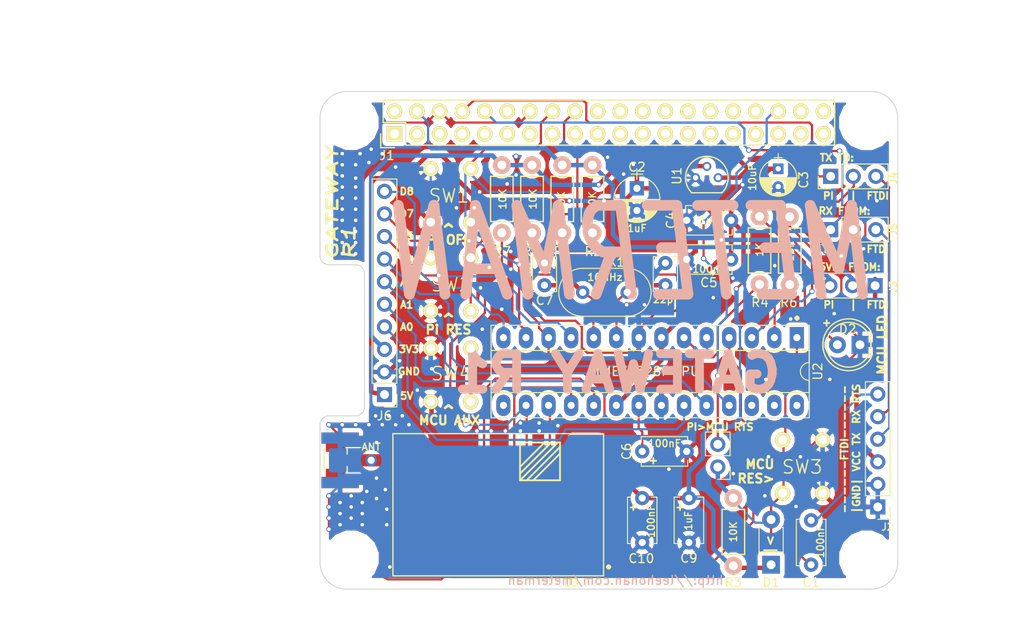
<source format=kicad_pcb>
(kicad_pcb (version 4) (host pcbnew 4.0.6)
  (title_block (title "Meterman Gateway (Pi-to-RFM69)") (date 2017-09-17) (rev 1) (company "Design by Lee Honan (lee@leehonan.com)"))
  (layers (0 F.Cu signal) (31 B.Cu signal) (34 B.Paste user hide) (35 F.Paste user hide) (36 B.SilkS user) (37 F.SilkS user) (38 B.Mask user) (39 F.Mask user) (44 Edge.Cuts user))
  (net 0 "")
  (net 1 GND)
  (net 2 +3V3)
  (net 3 /MCU_RESET)
  (net 4 /RTS)
  (net 5 "Net-(C8-Pad2)")
  (net 6 VCC)
  (net 7 /MCU_TX)
  (net 8 /MCU_D5)
  (net 9 /MCU_D8)
  (net 10 /MCU_A1)
  (net 11 /MCU_A2)
  (net 12 /MCU_RX)
  (net 13 /RAD_SS)
  (net 14 /MOSI)
  (net 15 /RAD_INT)
  (net 16 /MISO)
  (net 17 /SCK)
  (net 18 /ANT)
  (net 19 /+5V)
  (net 20 "Net-(C6-Pad1)")
  (net 21 "Net-(C7-Pad2)")
  (net 22 "Net-(D2-Pad2)")
  (net 23 /PI_5V)
  (net 24 /PI_TXD)
  (net 25 /PI_RXD)
  (net 26 /PI_D23)
  (net 27 /PI_D24)
  (net 28 /FTDI_TXD)
  (net 29 /FTDI_RXD)
  (net 30 "Net-(J5-Pad2)")
  (net 31 /MCU_A0)
  (net 32 /MCU_D3)
  (net 33 /MCU_D7)
  (net 34 /MCU_D4)
  (net 35 /MCU_D6)
  (net 36 "Net-(J1-Pad36)")
  (module Pin_Headers:Pin_Header_Straight_1x01 (layer F.Cu) (at 126.5 112.5)
    (fp_text reference J9 hide)
    (fp_text value ANT (at 0 -1.5) (layer F.SilkS) (effects (font (size 0.8 0.8))))
    (pad 1 thru_hole circle (at 0 0) (size 1.3 1.3) (drill 0.8) (layers *.Cu *.Mask) (net 18 /ANT))
  )
  (module Resistors_THT:Resistor_Horizontal_RM7mm (layer F.Cu) (at 141.2 86.9 90)
    (fp_text reference R7 (at -2.1 0.05 180) (layer F.SilkS))
    (fp_text value 10K (at 3.8 0.1 90) (layer F.SilkS) (effects (font (size 0.8 0.8))))
    (pad 1 thru_hole circle (at 0 0 90) (size 1.99898 1.99898) (drill 1.00076) (layers *.Cu *.SilkS *.Mask) (net 13 /RAD_SS))
    (pad 2 thru_hole circle (at 7.62 0 90) (size 1.99898 1.99898) (drill 1.00076) (layers *.Cu *.SilkS *.Mask) (net 2 +3V3))
  )
  (module Capacitors_THT:C_Disc_D5.1mm_W3.2mm_P5.00mm (layer F.Cu) (at 167 89.9 180)
    (fp_text reference C5 (at 2.5 -2.6 180) (layer F.SilkS))
    (fp_text value 100nF (at 2.5 -1.1 180) (layer F.SilkS) (effects (font (size 0.8 0.8))))
    (pad 1 thru_hole circle (at 0 0 180) (size 1.6 1.6) (drill 0.8) (layers *.Cu *.Mask) (net 2 +3V3))
    (pad 2 thru_hole circle (at 5 0 180) (size 1.6 1.6) (drill 0.8) (layers *.Cu *.Mask) (net 1 GND))
  )
  (module Capacitors_THT:C_Disc_D5.1mm_W3.2mm_P5.00mm (layer F.Cu) (at 157 111.5)
    (fp_text reference C6 (at -1.75 0 90) (layer F.SilkS))
    (fp_text value 100nF (at 2.5 -0.9 180) (layer F.SilkS) (effects (font (size 0.8 0.8))))
    (pad 1 thru_hole circle (at 0 0) (size 1.6 1.6) (drill 0.8) (layers *.Cu *.Mask) (net 20 "Net-(C6-Pad1)"))
    (pad 2 thru_hole circle (at 5 0) (size 1.6 1.6) (drill 0.8) (layers *.Cu *.Mask) (net 1 GND))
  )
  (module Capacitors_THT:C_Disc_D5.1mm_W3.2mm_P5.00mm (layer F.Cu) (at 162.25 121.75 90)
    (fp_text reference C9 (at -1.75 0 180) (layer F.SilkS))
    (fp_text value 1uF (at 2.45 -0.05 270) (layer F.SilkS) (effects (font (size 0.8 0.8))))
    (pad 1 thru_hole circle (at 0 0 90) (size 1.6 1.6) (drill 0.8) (layers *.Cu *.Mask) (net 1 GND))
    (pad 2 thru_hole circle (at 5 0 90) (size 1.6 1.6) (drill 0.8) (layers *.Cu *.Mask) (net 2 +3V3))
  )
  (module Capacitors_THT:C_Disc_D5.1mm_W3.2mm_P5.00mm (layer F.Cu) (at 157 121.75 90)
    (fp_text reference C10 (at -1.8 -0.1 180) (layer F.SilkS))
    (fp_text value 100nF (at 2.4 1 90) (layer F.SilkS) (effects (font (size 0.8 0.8))))
    (pad 1 thru_hole circle (at 0 0 90) (size 1.6 1.6) (drill 0.8) (layers *.Cu *.Mask) (net 1 GND))
    (pad 2 thru_hole circle (at 5 0 90) (size 1.6 1.6) (drill 0.8) (layers *.Cu *.Mask) (net 2 +3V3))
  )
  (module Diodes_THT:D_T-1_P5.08mm_Horizontal (layer F.Cu) (at 171.5 124.25 90)
    (fp_text reference D1 (at -2 0 180) (layer F.SilkS))
    (fp_text value 1N4148 hide)
    (pad 1 thru_hole rect (at 0 0 90) (size 2 2) (drill 1) (layers *.Cu *.Mask) (net 2 +3V3))
    (pad 2 thru_hole oval (at 5.08 0 90) (size 2 2) (drill 1) (layers *.Cu *.Mask) (net 3 /MCU_RESET))
  )
  (module Pin_Headers:Pin_Header_Straight_1x06_Pitch2.54mm (layer F.Cu) (at 183.5 117.75 180)
    (fp_text reference J2 (at -1.1 -2.25 180) (layer F.SilkS) (effects (font (size 0.8 0.8))))
    (fp_text value CONN_FTDI hide)
    (pad 1 thru_hole rect (at 0 0 180) (size 1.7 1.7) (drill 1) (layers *.Cu *.Mask) (net 1 GND))
    (pad 2 thru_hole oval (at 0 2.54 180) (size 1.7 1.7) (drill 1) (layers *.Cu *.Mask) (net 1 GND))
    (pad 3 thru_hole oval (at 0 5.08 180) (size 1.7 1.7) (drill 1) (layers *.Cu *.Mask) (net 6 VCC))
    (pad 4 thru_hole oval (at 0 7.62 180) (size 1.7 1.7) (drill 1) (layers *.Cu *.Mask) (net 28 /FTDI_TXD))
    (pad 5 thru_hole oval (at 0 10.16 180) (size 1.7 1.7) (drill 1) (layers *.Cu *.Mask) (net 29 /FTDI_RXD))
    (pad 6 thru_hole oval (at 0 12.7 180) (size 1.7 1.7) (drill 1) (layers *.Cu *.Mask) (net 4 /RTS))
  )
  (module Resistors_THT:Resistor_Horizontal_RM7mm (layer F.Cu) (at 148 86.9 90)
    (fp_text reference R1 (at -2.1 0 180) (layer F.SilkS))
    (fp_text value 10K (at 3.5 -0.1 90) (layer F.SilkS) (effects (font (size 0.8 0.8))))
    (pad 1 thru_hole circle (at 0 0 90) (size 1.99898 1.99898) (drill 1.00076) (layers *.Cu *.SilkS *.Mask) (net 26 /PI_D23))
    (pad 2 thru_hole circle (at 7.62 0 90) (size 1.99898 1.99898) (drill 1.00076) (layers *.Cu *.SilkS *.Mask) (net 23 /PI_5V))
  )
  (module Resistors_THT:Resistor_Horizontal_RM7mm (layer F.Cu) (at 151.4 86.9 90)
    (fp_text reference R2 (at -2.1 0.1 180) (layer F.SilkS))
    (fp_text value 10K (at 3.5 0 90) (layer F.SilkS) (effects (font (size 0.8 0.8))))
    (pad 1 thru_hole circle (at 0 0 90) (size 1.99898 1.99898) (drill 1.00076) (layers *.Cu *.SilkS *.Mask) (net 27 /PI_D24))
    (pad 2 thru_hole circle (at 7.62 0 90) (size 1.99898 1.99898) (drill 1.00076) (layers *.Cu *.SilkS *.Mask) (net 23 /PI_5V))
  )
  (module Resistors_THT:Resistor_Horizontal_RM7mm (layer F.Cu) (at 167.25 116.75 270)
    (fp_text reference R3 (at 9.5 0 360) (layer F.SilkS))
    (fp_text value 10K (at 3.8 0 270) (layer F.SilkS) (effects (font (size 0.8 0.8))))
    (pad 1 thru_hole circle (at 0 0 270) (size 1.99898 1.99898) (drill 1.00076) (layers *.Cu *.SilkS *.Mask) (net 3 /MCU_RESET))
    (pad 2 thru_hole circle (at 7.62 0 270) (size 1.99898 1.99898) (drill 1.00076) (layers *.Cu *.SilkS *.Mask) (net 2 +3V3))
  )
  (module Resistors_THT:Resistor_Horizontal_RM7mm (layer F.Cu) (at 170.2 92.7 90)
    (fp_text reference R4 (at -2.05 0.05 180) (layer F.SilkS))
    (fp_text value 1K (at 3.9 0 90) (layer F.SilkS) (effects (font (size 0.8 0.8))))
    (pad 1 thru_hole circle (at 0 0 90) (size 1.99898 1.99898) (drill 1.00076) (layers *.Cu *.SilkS *.Mask) (net 34 /MCU_D4))
    (pad 2 thru_hole circle (at 7.62 0 90) (size 1.99898 1.99898) (drill 1.00076) (layers *.Cu *.SilkS *.Mask) (net 22 "Net-(D2-Pad2)"))
  )
  (module Resistors_THT:Resistor_Horizontal_RM7mm (layer F.Cu) (at 144.6 86.9 90)
    (fp_text reference R5 (at -2.1 -0.1 180) (layer F.SilkS))
    (fp_text value 10K (at 3.8 0.1 90) (layer F.SilkS) (effects (font (size 0.8 0.8))))
    (pad 1 thru_hole circle (at 0 0 90) (size 1.99898 1.99898) (drill 1.00076) (layers *.Cu *.SilkS *.Mask) (net 35 /MCU_D6))
    (pad 2 thru_hole circle (at 7.62 0 90) (size 1.99898 1.99898) (drill 1.00076) (layers *.Cu *.SilkS *.Mask) (net 2 +3V3))
  )
  (module Resistors_THT:Resistor_Horizontal_RM7mm (layer F.Cu) (at 173.6 85.1 270)
    (fp_text reference R6 (at 9.65 0.1 360) (layer F.SilkS))
    (fp_text value 10K (at 3.85 -0.05 270) (layer F.SilkS) (effects (font (size 0.8 0.8))))
    (pad 1 thru_hole circle (at 0 0 270) (size 1.99898 1.99898) (drill 1.00076) (layers *.Cu *.SilkS *.Mask) (net 30 "Net-(J5-Pad2)"))
    (pad 2 thru_hole circle (at 7.62 0 270) (size 1.99898 1.99898) (drill 1.00076) (layers *.Cu *.SilkS *.Mask) (net 12 /MCU_RX))
  )
  (module TO_SOT_Packages_THT:TO-92_Molded_Narrow (layer F.Cu) (at 163 80.7)
    (fp_text reference U1 (at -2.1 -0.2 90) (layer F.SilkS))
    (fp_text value MCP1700-TO92 hide)
    (pad 2 thru_hole circle (at 1.27 -1.27 90) (size 1.00076 1.00076) (drill 0.6) (layers *.Cu *.Mask) (net 19 /+5V))
    (pad 3 thru_hole circle (at 2.54 0 90) (size 1.00076 1.00076) (drill 0.6) (layers *.Cu *.Mask) (net 2 +3V3))
    (pad 1 thru_hole circle (at 0 0 90) (size 1.00076 1.00076) (drill 0.6) (layers *.Cu *.Mask) (net 1 GND))
  )
  (module Housings_DIP:DIP-28_W7.62mm_Socket_LongPads (layer F.Cu) (at 174.4 98.7 270)
    (fp_text reference U2 (at 3.8 -2.35 450) (layer F.SilkS))
    (fp_text value ATMEGA328P-PU (at 3.8 17.3 360) (layer F.SilkS))
    (pad 1 thru_hole rect (at 0 0 270) (size 2.4 1.6) (drill 0.8) (layers *.Cu *.Mask) (net 3 /MCU_RESET))
    (pad 15 thru_hole oval (at 7.62 33.02 270) (size 2.4 1.6) (drill 0.8) (layers *.Cu *.Mask))
    (pad 2 thru_hole oval (at 0 2.54 270) (size 2.4 1.6) (drill 0.8) (layers *.Cu *.Mask) (net 12 /MCU_RX))
    (pad 16 thru_hole oval (at 7.62 30.48 270) (size 2.4 1.6) (drill 0.8) (layers *.Cu *.Mask) (net 13 /RAD_SS))
    (pad 3 thru_hole oval (at 0 5.08 270) (size 2.4 1.6) (drill 0.8) (layers *.Cu *.Mask) (net 7 /MCU_TX))
    (pad 17 thru_hole oval (at 7.62 27.94 270) (size 2.4 1.6) (drill 0.8) (layers *.Cu *.Mask) (net 14 /MOSI))
    (pad 4 thru_hole oval (at 0 7.62 270) (size 2.4 1.6) (drill 0.8) (layers *.Cu *.Mask) (net 15 /RAD_INT))
    (pad 18 thru_hole oval (at 7.62 25.4 270) (size 2.4 1.6) (drill 0.8) (layers *.Cu *.Mask) (net 16 /MISO))
    (pad 5 thru_hole oval (at 0 10.16 270) (size 2.4 1.6) (drill 0.8) (layers *.Cu *.Mask) (net 32 /MCU_D3))
    (pad 19 thru_hole oval (at 7.62 22.86 270) (size 2.4 1.6) (drill 0.8) (layers *.Cu *.Mask) (net 17 /SCK))
    (pad 6 thru_hole oval (at 0 12.7 270) (size 2.4 1.6) (drill 0.8) (layers *.Cu *.Mask) (net 34 /MCU_D4))
    (pad 20 thru_hole oval (at 7.62 20.32 270) (size 2.4 1.6) (drill 0.8) (layers *.Cu *.Mask) (net 2 +3V3))
    (pad 7 thru_hole oval (at 0 15.24 270) (size 2.4 1.6) (drill 0.8) (layers *.Cu *.Mask) (net 2 +3V3))
    (pad 21 thru_hole oval (at 7.62 17.78 270) (size 2.4 1.6) (drill 0.8) (layers *.Cu *.Mask) (net 20 "Net-(C6-Pad1)"))
    (pad 8 thru_hole oval (at 0 17.78 270) (size 2.4 1.6) (drill 0.8) (layers *.Cu *.Mask) (net 1 GND))
    (pad 22 thru_hole oval (at 7.62 15.24 270) (size 2.4 1.6) (drill 0.8) (layers *.Cu *.Mask) (net 1 GND))
    (pad 9 thru_hole oval (at 0 20.32 270) (size 2.4 1.6) (drill 0.8) (layers *.Cu *.Mask) (net 5 "Net-(C8-Pad2)"))
    (pad 23 thru_hole oval (at 7.62 12.7 270) (size 2.4 1.6) (drill 0.8) (layers *.Cu *.Mask) (net 31 /MCU_A0))
    (pad 10 thru_hole oval (at 0 22.86 270) (size 2.4 1.6) (drill 0.8) (layers *.Cu *.Mask) (net 21 "Net-(C7-Pad2)"))
    (pad 24 thru_hole oval (at 7.62 10.16 270) (size 2.4 1.6) (drill 0.8) (layers *.Cu *.Mask) (net 10 /MCU_A1))
    (pad 11 thru_hole oval (at 0 25.4 270) (size 2.4 1.6) (drill 0.8) (layers *.Cu *.Mask) (net 8 /MCU_D5))
    (pad 25 thru_hole oval (at 7.62 7.62 270) (size 2.4 1.6) (drill 0.8) (layers *.Cu *.Mask) (net 11 /MCU_A2))
    (pad 12 thru_hole oval (at 0 27.94 270) (size 2.4 1.6) (drill 0.8) (layers *.Cu *.Mask) (net 35 /MCU_D6))
    (pad 26 thru_hole oval (at 7.62 5.08 270) (size 2.4 1.6) (drill 0.8) (layers *.Cu *.Mask))
    (pad 13 thru_hole oval (at 0 30.48 270) (size 2.4 1.6) (drill 0.8) (layers *.Cu *.Mask) (net 33 /MCU_D7))
    (pad 27 thru_hole oval (at 7.62 2.54 270) (size 2.4 1.6) (drill 0.8) (layers *.Cu *.Mask))
    (pad 14 thru_hole oval (at 0 33.02 270) (size 2.4 1.6) (drill 0.8) (layers *.Cu *.Mask) (net 9 /MCU_D8))
    (pad 28 thru_hole oval (at 7.62 0 270) (size 2.4 1.6) (drill 0.8) (layers *.Cu *.Mask))
  )
  (module Crystals:Resonator-2pin_w10.0mm_h5.0mm (layer F.Cu) (at 155.3 93.6 180)
    (fp_text reference X1 (at 1.2 3.4 180) (layer F.SilkS))
    (fp_text value 16MHz (at 2.5 1.7 180) (layer F.SilkS) (effects (font (size 0.8 0.8))))
    (pad 1 thru_hole circle (at 0 0 180) (size 1.5 1.5) (drill 0.8) (layers *.Cu *.Mask) (net 5 "Net-(C8-Pad2)"))
    (pad 2 thru_hole circle (at 5 0 180) (size 1.5 1.5) (drill 0.8) (layers *.Cu *.Mask) (net 21 "Net-(C7-Pad2)"))
  )
  (module Capacitors_THT:C_Disc_D5.1mm_W3.2mm_P5.00mm (layer F.Cu) (at 167 85.5 180)
    (fp_text reference C4 (at 6.75 0 270) (layer F.SilkS))
    (fp_text value 1uF (at 2.5 0 180) (layer F.SilkS) (effects (font (size 0.8 0.8))))
    (pad 1 thru_hole circle (at 0 0 180) (size 1.6 1.6) (drill 0.8) (layers *.Cu *.Mask) (net 2 +3V3))
    (pad 2 thru_hole circle (at 5 0 180) (size 1.6 1.6) (drill 0.8) (layers *.Cu *.Mask) (net 1 GND))
  )
  (module RocketScreamKicadLibrary:U.FL-R-SMT (layer F.Cu) (at 122.5 112.5 270)
    (fp_text reference J7 hide)
    (fp_text value ANT-UFL hide)
    (pad 1 smd rect (at 0 -2 270) (size 1 2.25) (layers F.Cu F.Paste F.Mask) (net 18 /ANT))
    (pad 2 smd rect (at -1.475 0 270) (size 1.05 2.2) (layers F.Cu F.Paste F.Mask) (net 1 GND))
    (pad 3 smd rect (at 1.475 0 270) (size 1.05 2.2) (layers F.Cu F.Paste F.Mask) (net 1 GND))
  )
  (module Capacitors_THT:C_Disc_D5.1mm_W3.2mm_P5.00mm (layer F.Cu) (at 176 124.25 90)
    (fp_text reference C1 (at -2 0 180) (layer F.SilkS))
    (fp_text value 100nF (at 2.6 1.05 90) (layer F.SilkS) (effects (font (size 0.8 0.8))))
    (pad 1 thru_hole circle (at 0 0 90) (size 1.6 1.6) (drill 0.8) (layers *.Cu *.Mask) (net 3 /MCU_RESET))
    (pad 2 thru_hole circle (at 5 0 90) (size 1.6 1.6) (drill 0.8) (layers *.Cu *.Mask) (net 4 /RTS))
  )
  (module Capacitors_THT:CP_Radial_D5.0mm_P2.50mm (layer F.Cu) (at 156.4 81.9 270)
    (fp_text reference C2 (at -2.4 0 360) (layer F.SilkS))
    (fp_text value 1uF (at 4.5 0 360) (layer F.SilkS) (effects (font (size 0.8 0.8))))
    (pad 1 thru_hole rect (at 0 0 270) (size 1.6 1.6) (drill 0.8) (layers *.Cu *.Mask) (net 19 /+5V))
    (pad 2 thru_hole circle (at 2.5 0 270) (size 1.6 1.6) (drill 0.8) (layers *.Cu *.Mask) (net 1 GND))
  )
  (module Capacitors_THT:CP_Radial_D4.0mm_P2.00mm (layer F.Cu) (at 172.3 79.7 270)
    (fp_text reference C3 (at 1.25 -2.85 270) (layer F.SilkS))
    (fp_text value 10uF (at 1 2.9 270) (layer F.SilkS) (effects (font (size 0.8 0.8))))
    (pad 1 thru_hole rect (at 0 0 270) (size 1.2 1.2) (drill 0.6) (layers *.Cu *.Mask) (net 2 +3V3))
    (pad 2 thru_hole circle (at 2 0 270) (size 1.2 1.2) (drill 0.6) (layers *.Cu *.Mask) (net 1 GND))
  )
  (module LEDs:LED-5MM (layer F.Cu) (at 181.5 99.5 180)
    (fp_text reference D2 (at 1.4 1.75 180) (layer F.SilkS))
    (fp_text value LED hide)
    (pad 1 thru_hole rect (at 0 0 270) (size 2 1.9) (drill 1.00076) (layers *.Cu *.Mask) (net 1 GND))
    (pad 2 thru_hole circle (at 2.54 0 180) (size 1.9 1.9) (drill 1.00076) (layers *.Cu *.Mask) (net 22 "Net-(D2-Pad2)"))
  )
  (module EnergyMon:Pin_Header_Straight_2x20 (layer F.Cu) (at 153.25 74.5 90)
    (fp_text reference J1 (at -3.7 -24.95 360) (layer F.SilkS))
    (fp_text value RPi_GPIO hide)
    (pad 1 thru_hole rect (at -1.27 -24.13 90) (size 1.7272 1.7272) (drill 1.016) (layers *.Cu *.Mask F.SilkS))
    (pad 2 thru_hole oval (at 1.27 -24.13 90) (size 1.7272 1.7272) (drill 1.016) (layers *.Cu *.Mask F.SilkS))
    (pad 3 thru_hole oval (at -1.27 -21.59 90) (size 1.7272 1.7272) (drill 1.016) (layers *.Cu *.Mask F.SilkS))
    (pad 4 thru_hole oval (at 1.27 -21.59 90) (size 1.7272 1.7272) (drill 1.016) (layers *.Cu *.Mask F.SilkS) (net 23 /PI_5V))
    (pad 5 thru_hole oval (at -1.27 -19.05 90) (size 1.7272 1.7272) (drill 1.016) (layers *.Cu *.Mask F.SilkS))
    (pad 6 thru_hole oval (at 1.27 -19.05 90) (size 1.7272 1.7272) (drill 1.016) (layers *.Cu *.Mask F.SilkS) (net 1 GND))
    (pad 7 thru_hole oval (at -1.27 -16.51 90) (size 1.7272 1.7272) (drill 1.016) (layers *.Cu *.Mask F.SilkS))
    (pad 8 thru_hole oval (at 1.27 -16.51 90) (size 1.7272 1.7272) (drill 1.016) (layers *.Cu *.Mask F.SilkS) (net 24 /PI_TXD))
    (pad 9 thru_hole oval (at -1.27 -13.97 90) (size 1.7272 1.7272) (drill 1.016) (layers *.Cu *.Mask F.SilkS))
    (pad 10 thru_hole oval (at 1.27 -13.97 90) (size 1.7272 1.7272) (drill 1.016) (layers *.Cu *.Mask F.SilkS) (net 25 /PI_RXD))
    (pad 11 thru_hole oval (at -1.27 -11.43 90) (size 1.7272 1.7272) (drill 1.016) (layers *.Cu *.Mask F.SilkS))
    (pad 12 thru_hole oval (at 1.27 -11.43 90) (size 1.7272 1.7272) (drill 1.016) (layers *.Cu *.Mask F.SilkS))
    (pad 13 thru_hole oval (at -1.27 -8.89 90) (size 1.7272 1.7272) (drill 1.016) (layers *.Cu *.Mask F.SilkS))
    (pad 14 thru_hole oval (at 1.27 -8.89 90) (size 1.7272 1.7272) (drill 1.016) (layers *.Cu *.Mask F.SilkS) (net 1 GND))
    (pad 15 thru_hole oval (at -1.27 -6.35 90) (size 1.7272 1.7272) (drill 1.016) (layers *.Cu *.Mask F.SilkS))
    (pad 16 thru_hole oval (at 1.27 -6.35 90) (size 1.7272 1.7272) (drill 1.016) (layers *.Cu *.Mask F.SilkS) (net 26 /PI_D23))
    (pad 17 thru_hole oval (at -1.27 -3.81 90) (size 1.7272 1.7272) (drill 1.016) (layers *.Cu *.Mask F.SilkS))
    (pad 18 thru_hole oval (at 1.27 -3.81 90) (size 1.7272 1.7272) (drill 1.016) (layers *.Cu *.Mask F.SilkS) (net 27 /PI_D24))
    (pad 19 thru_hole oval (at -1.27 -1.27 90) (size 1.7272 1.7272) (drill 1.016) (layers *.Cu *.Mask F.SilkS))
    (pad 20 thru_hole oval (at 1.27 -1.27 90) (size 1.7272 1.7272) (drill 1.016) (layers *.Cu *.Mask F.SilkS))
    (pad 21 thru_hole oval (at -1.27 1.27 90) (size 1.7272 1.7272) (drill 1.016) (layers *.Cu *.Mask F.SilkS))
    (pad 22 thru_hole oval (at 1.27 1.27 90) (size 1.7272 1.7272) (drill 1.016) (layers *.Cu *.Mask F.SilkS))
    (pad 23 thru_hole oval (at -1.27 3.81 90) (size 1.7272 1.7272) (drill 1.016) (layers *.Cu *.Mask F.SilkS))
    (pad 24 thru_hole oval (at 1.27 3.81 90) (size 1.7272 1.7272) (drill 1.016) (layers *.Cu *.Mask F.SilkS))
    (pad 25 thru_hole oval (at -1.27 6.35 90) (size 1.7272 1.7272) (drill 1.016) (layers *.Cu *.Mask F.SilkS))
    (pad 26 thru_hole oval (at 1.27 6.35 90) (size 1.7272 1.7272) (drill 1.016) (layers *.Cu *.Mask F.SilkS))
    (pad 27 thru_hole oval (at -1.27 8.89 90) (size 1.7272 1.7272) (drill 1.016) (layers *.Cu *.Mask F.SilkS))
    (pad 28 thru_hole oval (at 1.27 8.89 90) (size 1.7272 1.7272) (drill 1.016) (layers *.Cu *.Mask F.SilkS))
    (pad 29 thru_hole oval (at -1.27 11.43 90) (size 1.7272 1.7272) (drill 1.016) (layers *.Cu *.Mask F.SilkS))
    (pad 30 thru_hole oval (at 1.27 11.43 90) (size 1.7272 1.7272) (drill 1.016) (layers *.Cu *.Mask F.SilkS))
    (pad 31 thru_hole oval (at -1.27 13.97 90) (size 1.7272 1.7272) (drill 1.016) (layers *.Cu *.Mask F.SilkS))
    (pad 32 thru_hole oval (at 1.27 13.97 90) (size 1.7272 1.7272) (drill 1.016) (layers *.Cu *.Mask F.SilkS))
    (pad 33 thru_hole oval (at -1.27 16.51 90) (size 1.7272 1.7272) (drill 1.016) (layers *.Cu *.Mask F.SilkS))
    (pad 34 thru_hole oval (at 1.27 16.51 90) (size 1.7272 1.7272) (drill 1.016) (layers *.Cu *.Mask F.SilkS))
    (pad 35 thru_hole oval (at -1.27 19.05 90) (size 1.7272 1.7272) (drill 1.016) (layers *.Cu *.Mask F.SilkS))
    (pad 36 thru_hole oval (at 1.27 19.05 90) (size 1.7272 1.7272) (drill 1.016) (layers *.Cu *.Mask F.SilkS) (net 36 "Net-(J1-Pad36)"))
    (pad 37 thru_hole oval (at -1.27 21.59 90) (size 1.7272 1.7272) (drill 1.016) (layers *.Cu *.Mask F.SilkS))
    (pad 38 thru_hole oval (at 1.27 21.59 90) (size 1.7272 1.7272) (drill 1.016) (layers *.Cu *.Mask F.SilkS))
    (pad 39 thru_hole oval (at -1.27 24.13 90) (size 1.7272 1.7272) (drill 1.016) (layers *.Cu *.Mask F.SilkS))
    (pad 40 thru_hole oval (at 1.27 24.13 90) (size 1.7272 1.7272) (drill 1.016) (layers *.Cu *.Mask F.SilkS))
  )
  (module Pin_Headers:Pin_Header_Straight_1x03_Pitch2.54mm (layer F.Cu) (at 183.2 92.85 270)
    (fp_text reference J3 (at 0.15 -2.05 270) (layer F.SilkS) (effects (font (size 0.8 0.8))))
    (fp_text value JPR_VIN hide)
    (pad 1 thru_hole rect (at 0 0 270) (size 1.7 1.7) (drill 1) (layers *.Cu *.Mask) (net 6 VCC))
    (pad 2 thru_hole oval (at 0 2.54 270) (size 1.7 1.7) (drill 1) (layers *.Cu *.Mask) (net 19 /+5V))
    (pad 3 thru_hole oval (at 0 5.08 270) (size 1.7 1.7) (drill 1) (layers *.Cu *.Mask) (net 23 /PI_5V))
  )
  (module Pin_Headers:Pin_Header_Straight_1x03_Pitch2.54mm (layer F.Cu) (at 178.2 80.55 90)
    (fp_text reference J4 (at -0.2 7.05 270) (layer F.SilkS) (effects (font (size 0.8 0.8))))
    (fp_text value JPR_MCU_TX hide)
    (pad 1 thru_hole rect (at 0 0 90) (size 1.7 1.7) (drill 1) (layers *.Cu *.Mask) (net 25 /PI_RXD))
    (pad 2 thru_hole oval (at 0 2.54 90) (size 1.7 1.7) (drill 1) (layers *.Cu *.Mask) (net 7 /MCU_TX))
    (pad 3 thru_hole oval (at 0 5.08 90) (size 1.7 1.7) (drill 1) (layers *.Cu *.Mask) (net 29 /FTDI_RXD))
  )
  (module Pin_Headers:Pin_Header_Straight_1x03_Pitch2.54mm (layer F.Cu) (at 178.2 86.55 90)
    (fp_text reference J5 (at 0.05 7.05 90) (layer F.SilkS) (effects (font (size 0.8 0.8))))
    (fp_text value JPR_MCU_RX hide)
    (pad 1 thru_hole rect (at 0 0 90) (size 1.7 1.7) (drill 1) (layers *.Cu *.Mask) (net 24 /PI_TXD))
    (pad 2 thru_hole oval (at 0 2.54 90) (size 1.7 1.7) (drill 1) (layers *.Cu *.Mask) (net 30 "Net-(J5-Pad2)"))
    (pad 3 thru_hole oval (at 0 5.08 90) (size 1.7 1.7) (drill 1) (layers *.Cu *.Mask) (net 28 /FTDI_TXD))
  )
  (module Pin_Headers:Pin_Header_Straight_1x10_Pitch2.54mm (layer F.Cu) (at 128 105.1 180)
    (fp_text reference J6 (at 0 -2.4 180) (layer F.SilkS))
    (fp_text value CONN_BREAKOUT hide)
    (pad 1 thru_hole rect (at 0 0 180) (size 1.7 1.7) (drill 1) (layers *.Cu *.Mask) (net 19 /+5V))
    (pad 2 thru_hole oval (at 0 2.54 180) (size 1.7 1.7) (drill 1) (layers *.Cu *.Mask) (net 1 GND))
    (pad 3 thru_hole oval (at 0 5.08 180) (size 1.7 1.7) (drill 1) (layers *.Cu *.Mask) (net 2 +3V3))
    (pad 4 thru_hole oval (at 0 7.62 180) (size 1.7 1.7) (drill 1) (layers *.Cu *.Mask) (net 31 /MCU_A0))
    (pad 5 thru_hole oval (at 0 10.16 180) (size 1.7 1.7) (drill 1) (layers *.Cu *.Mask) (net 10 /MCU_A1))
    (pad 6 thru_hole oval (at 0 12.7 180) (size 1.7 1.7) (drill 1) (layers *.Cu *.Mask) (net 11 /MCU_A2))
    (pad 7 thru_hole oval (at 0 15.24 180) (size 1.7 1.7) (drill 1) (layers *.Cu *.Mask) (net 32 /MCU_D3))
    (pad 8 thru_hole oval (at 0 17.78 180) (size 1.7 1.7) (drill 1) (layers *.Cu *.Mask) (net 8 /MCU_D5))
    (pad 9 thru_hole oval (at 0 20.32 180) (size 1.7 1.7) (drill 1) (layers *.Cu *.Mask) (net 33 /MCU_D7))
    (pad 10 thru_hole oval (at 0 22.86 180) (size 1.7 1.7) (drill 1) (layers *.Cu *.Mask) (net 9 /MCU_D8))
  )
  (module EnergyMon:RF-SMA-EDGE (layer F.Cu) (at 123 112.5 180)
    (fp_text reference J8 hide)
    (fp_text value ANT-SMA hide)
    (pad 2 smd rect (at 0 2.5 180) (size 4.2 1.27) (layers F.Cu F.Paste F.Mask) (net 1 GND))
    (pad 3 smd rect (at 0 -2.5 180) (size 4.2 1.27) (layers F.Cu F.Paste F.Mask) (net 1 GND))
    (pad 5 smd rect (at 0 -2.5 180) (size 4.2 1.27) (layers B.Cu B.Paste B.Mask) (net 1 GND))
    (pad 4 smd rect (at 0 2.5 180) (size 4.2 1.27) (layers B.Cu B.Paste B.Mask) (net 1 GND))
  )
  (module EnergyMon:RFM69HW_SMD_Handsoldering (layer F.Cu) (at 149.25 124.5 180)
    (fp_text reference U3 (at 0.254 -1.778 180) (layer F.SilkS) (effects (font (size 0.8 0.8) (thickness 0.16))))
    (fp_text value RFM69W hide)
    (pad 1 smd rect (at -1.4 0 180) (size 3 1.2) (layers F.Cu F.Paste F.Mask))
    (pad 2 smd rect (at -1.4 2 180) (size 3 1.2) (layers F.Cu F.Paste F.Mask) (net 15 /RAD_INT))
    (pad 3 smd rect (at -1.4 4 180) (size 3 1.2) (layers F.Cu F.Paste F.Mask))
    (pad 4 smd rect (at -1.4 6 180) (size 3 1.2) (layers F.Cu F.Paste F.Mask))
    (pad 5 smd rect (at -1.4 8 180) (size 3 1.2) (layers F.Cu F.Paste F.Mask))
    (pad 6 smd rect (at -1.4 10 180) (size 3 1.2) (layers F.Cu F.Paste F.Mask))
    (pad 7 smd rect (at -1.4 12 180) (size 3 1.2) (layers F.Cu F.Paste F.Mask))
    (pad 8 smd rect (at -1.4 14 180) (size 3 1.2) (layers F.Cu F.Paste F.Mask) (net 2 +3V3))
    (pad 9 smd rect (at 18.3 14 180) (size 3 1.2) (layers F.Cu F.Paste F.Mask) (net 1 GND))
    (pad 10 smd rect (at 18.3 12 180) (size 3 1.2) (layers F.Cu F.Paste F.Mask) (net 18 /ANT))
    (pad 11 smd rect (at 18.3 10 180) (size 3 1.2) (layers F.Cu F.Paste F.Mask) (net 1 GND))
    (pad 12 smd rect (at 18.3 8 180) (size 3 1.2) (layers F.Cu F.Paste F.Mask) (net 17 /SCK))
    (pad 13 smd rect (at 18.3 6 180) (size 3 1.2) (layers F.Cu F.Paste F.Mask) (net 16 /MISO))
    (pad 14 smd rect (at 18.3 4 180) (size 3 1.2) (layers F.Cu F.Paste F.Mask) (net 14 /MOSI))
    (pad 15 smd rect (at 18.3 2 180) (size 3 1.2) (layers F.Cu F.Paste F.Mask) (net 13 /RAD_SS))
    (pad 16 smd rect (at 18.3 0 180) (size 3 1.2) (layers F.Cu F.Paste F.Mask) (net 1 GND))
  )
  (module RPi_Hat:RPi_Hat_Mounting_Hole (layer F.Cu) (at 182.25 74.5)
    (fp_text reference "" hide)
    (fp_text value "" hide)
    (pad "" np_thru_hole circle (at 0 0) (size 2.75 2.75) (drill 2.75) (layers *.Cu *.Mask) (clearance 1.725))
  )
  (module RPi_Hat:RPi_Hat_Mounting_Hole (layer F.Cu) (at 182.25 123.5)
    (fp_text reference "" hide)
    (fp_text value "" hide)
    (pad "" np_thru_hole circle (at 0 0) (size 2.75 2.75) (drill 2.75) (layers *.Cu *.Mask) (clearance 1.725))
  )
  (module RPi_Hat:RPi_Hat_Mounting_Hole (layer F.Cu) (at 124.25 123.5)
    (fp_text reference "" hide)
    (fp_text value "" hide)
    (pad "" np_thru_hole circle (at 0 0) (size 2.75 2.75) (drill 2.75) (layers *.Cu *.Mask) (clearance 1.725))
  )
  (module RPi_Hat:RPi_Hat_Mounting_Hole (layer F.Cu) (at 124.25 74.5)
    (fp_text reference "" hide)
    (fp_text value "" hide)
    (pad "" np_thru_hole circle (at 0 0) (size 2.75 2.75) (drill 2.75) (layers *.Cu *.Mask) (clearance 1.725))
  )
  (module meterman:6x6mm_pushbutton (layer F.Cu) (at 135.2 82.7 270)
    (fp_text reference SW1 (at 0.05 -0.05 360) (layer F.SilkS) (effects (font (size 1.5 1.5))))
    (fp_text value PI_BTN_1 hide)
    (pad 2 thru_hole circle (at 3 2 270) (size 1.7 1.7) (drill 1) (layers *.Cu *.Mask F.SilkS) (net 1 GND))
    (pad 2 thru_hole circle (at -3 2 270) (size 1.7 1.7) (drill 1) (layers *.Cu *.Mask F.SilkS) (net 1 GND))
    (pad 1 thru_hole circle (at -3 -2.5 270) (size 1.7 1.7) (drill 1) (layers *.Cu *.Mask F.SilkS) (net 26 /PI_D23))
    (pad 1 thru_hole circle (at 3 -2.5 270) (size 1.7 1.7) (drill 1) (layers *.Cu *.Mask F.SilkS) (net 26 /PI_D23))
  )
  (module meterman:6x6mm_pushbutton (layer F.Cu) (at 135.2 92.7 270)
    (fp_text reference SW2 (at 0.05 -0.3 360) (layer F.SilkS) (effects (font (size 1.5 1.5))))
    (fp_text value PI_BTN_2 hide)
    (pad 2 thru_hole circle (at 3 2 270) (size 1.7 1.7) (drill 1) (layers *.Cu *.Mask F.SilkS) (net 1 GND))
    (pad 2 thru_hole circle (at -3 2 270) (size 1.7 1.7) (drill 1) (layers *.Cu *.Mask F.SilkS) (net 1 GND))
    (pad 1 thru_hole circle (at -3 -2.5 270) (size 1.7 1.7) (drill 1) (layers *.Cu *.Mask F.SilkS) (net 27 /PI_D24))
    (pad 1 thru_hole circle (at 3 -2.5 270) (size 1.7 1.7) (drill 1) (layers *.Cu *.Mask F.SilkS) (net 27 /PI_D24))
  )
  (module meterman:6x6mm_pushbutton (layer F.Cu) (at 174.8 113.2 270)
    (fp_text reference SW3 (at 0.05 -0.2 360) (layer F.SilkS) (effects (font (size 1.5 1.5))))
    (fp_text value MCU_BTN_RESET hide)
    (pad 2 thru_hole circle (at 3 2 270) (size 1.7 1.7) (drill 1) (layers *.Cu *.Mask F.SilkS) (net 3 /MCU_RESET))
    (pad 2 thru_hole circle (at -3 2 270) (size 1.7 1.7) (drill 1) (layers *.Cu *.Mask F.SilkS) (net 3 /MCU_RESET))
    (pad 1 thru_hole circle (at -3 -2.5 270) (size 1.7 1.7) (drill 1) (layers *.Cu *.Mask F.SilkS) (net 1 GND))
    (pad 1 thru_hole circle (at 3 -2.5 270) (size 1.7 1.7) (drill 1) (layers *.Cu *.Mask F.SilkS) (net 1 GND))
  )
  (module meterman:6x6mm_pushbutton (layer F.Cu) (at 135.2 102.9 270)
    (fp_text reference SW4 (at -0.15 -0.3 360) (layer F.SilkS) (effects (font (size 1.5 1.5))))
    (fp_text value MCU_BTN_1 hide)
    (pad 2 thru_hole circle (at 3 2 270) (size 1.7 1.7) (drill 1) (layers *.Cu *.Mask F.SilkS) (net 1 GND))
    (pad 2 thru_hole circle (at -3 2 270) (size 1.7 1.7) (drill 1) (layers *.Cu *.Mask F.SilkS) (net 1 GND))
    (pad 1 thru_hole circle (at -3 -2.5 270) (size 1.7 1.7) (drill 1) (layers *.Cu *.Mask F.SilkS) (net 35 /MCU_D6))
    (pad 1 thru_hole circle (at 3 -2.5 270) (size 1.7 1.7) (drill 1) (layers *.Cu *.Mask F.SilkS) (net 35 /MCU_D6))
  )
  (module Pin_Headers:Pin_Header_Straight_1x02_Pitch2.54mm (layer F.Cu) (at 165.5 113.25 180)
    (fp_text reference J10 hide)
    (fp_text value CONN_01X02 hide)
    (pad 1 thru_hole circle (at 0 0 180) (size 1.7 1.7) (drill 1) (layers *.Cu *.Mask) (net 3 /MCU_RESET))
    (pad 2 thru_hole oval (at 0 2.54 180) (size 1.7 1.7) (drill 1) (layers *.Cu *.Mask) (net 36 "Net-(J1-Pad36)"))
  )
  (module Capacitors_THT:C_Disc_D3.8mm_W2.6mm_P2.50mm (layer F.Cu) (at 146 90.3 270)
    (fp_text reference C7 (at 4.2 0 360) (layer F.SilkS))
    (fp_text value 22pF (at 1.1 2 270) (layer F.SilkS) (effects (font (size 0.8 0.8))))
    (pad 1 thru_hole circle (at 0 0 270) (size 1.6 1.6) (drill 0.8) (layers *.Cu *.Mask) (net 1 GND))
    (pad 2 thru_hole circle (at 2.5 0 270) (size 1.6 1.6) (drill 0.8) (layers *.Cu *.Mask) (net 21 "Net-(C7-Pad2)"))
  )
  (module Capacitors_THT:C_Disc_D3.8mm_W2.6mm_P2.50mm (layer F.Cu) (at 159.6 90.3 270)
    (fp_text reference C8 (at -1.5 0.1 360) (layer F.SilkS))
    (fp_text value 22pF (at 4.1 -0.1 360) (layer F.SilkS) (effects (font (size 0.8 0.8))))
    (pad 1 thru_hole circle (at 0 0 270) (size 1.6 1.6) (drill 0.8) (layers *.Cu *.Mask) (net 1 GND))
    (pad 2 thru_hole circle (at 2.5 0 270) (size 1.6 1.6) (drill 0.8) (layers *.Cu *.Mask) (net 5 "Net-(C8-Pad2)"))
  )
  (gr_text "PI>MCU RTS" (at 165.75 108.75) (layer F.SilkS) (effects (font (size 0.8 0.8) (thickness 0.2))))
  (gr_text + (at 177.75 97) (layer F.SilkS) (effects (font (size 0.8 0.8) (thickness 0.2))))
  (gr_text "MCU LED" (at 184 99.5 90) (layer F.SilkS) (effects (font (size 1 1) (thickness 0.25))))
  (gr_text "MCU\nRES>" (at 172 113.75) (layer F.SilkS) (effects (font (size 1 1) (thickness 0.25)) (justify right)))
  (gr_text + (at 158.25 112.5) (layer F.SilkS) (effects (font (size 0.8 0.8) (thickness 0.2))))
  (gr_text + (at 161.25 117.75) (layer F.SilkS) (effects (font (size 0.8 0.8) (thickness 0.2))))
  (gr_text + (at 156 117.75) (layer F.SilkS) (effects (font (size 0.8 0.8) (thickness 0.2))))
  (gr_text + (at 166 88.75) (layer F.SilkS) (effects (font (size 0.8 0.8) (thickness 0.2))))
  (gr_text FTDI (at 183.5 82.75) (layer F.SilkS) (effects (font (size 0.8 0.8) (thickness 0.2))))
  (gr_text | (at 180.75 82.75) (layer F.SilkS) (effects (font (size 0.8 0.8) (thickness 0.2))))
  (gr_text PI (at 177.95 82.75) (layer F.SilkS) (effects (font (size 0.8 0.8) (thickness 0.2))))
  (gr_text | (at 180.75 95) (layer F.SilkS) (effects (font (size 0.8 0.8) (thickness 0.2))))
  (gr_text FTDI (at 183.5 95) (layer F.SilkS) (effects (font (size 0.8 0.8) (thickness 0.2))))
  (gr_text PI (at 178 95) (layer F.SilkS) (effects (font (size 0.8 0.8) (thickness 0.2))))
  (gr_text "5VIN FROM:" (at 180.35 90.75) (layer F.SilkS) (effects (font (size 0.8 0.8) (thickness 0.2))))
  (gr_text "RX FROM:" (at 179.75 84.45) (layer F.SilkS) (effects (font (size 0.8 0.8) (thickness 0.2))))
  (gr_text "TX TO:" (at 178.9 78.45) (layer F.SilkS) (effects (font (size 0.8 0.8) (thickness 0.2))))
  (gr_text | (at 180.75 88.75) (layer F.SilkS) (effects (font (size 0.8 0.8) (thickness 0.2))))
  (gr_text FTDI (at 183.5 88.75) (layer F.SilkS) (effects (font (size 0.8 0.8) (thickness 0.2))))
  (gr_text PI (at 178 88.75) (layer F.SilkS) (effects (font (size 0.8 0.8) (thickness 0.2))))
  (gr_text ^ (at 135.2 87.1) (layer F.SilkS) (effects (font (size 2 2) (thickness 0.3))))
  (gr_text ^ (at 135.2 97.2) (layer F.SilkS) (effects (font (size 2 2) (thickness 0.3))))
  (gr_text ^ (at 135.2 107.5) (layer F.SilkS) (effects (font (size 2 2) (thickness 0.3))))
  (gr_text "Pi OFF" (at 135.2 87.7) (layer F.SilkS) (effects (font (size 1 1) (thickness 0.25))))
  (gr_text "Pi RES" (at 135.2 97.8) (layer F.SilkS) (effects (font (size 1 1) (thickness 0.25))))
  (gr_text "MCU AUX" (at 135.3 108) (layer F.SilkS) (effects (font (size 1 1) (thickness 0.25))))
  (gr_text 5V (at 130.5 105.25) (layer F.SilkS) (effects (font (size 0.8 0.8) (thickness 0.2))))
  (gr_text GND (at 130.75 102.5) (layer F.SilkS) (effects (font (size 0.8 0.8) (thickness 0.2))))
  (gr_text A1 (at 130.5 95) (layer F.SilkS) (effects (font (size 0.8 0.8) (thickness 0.2))))
  (gr_text A0 (at 130.5 97.5) (layer F.SilkS) (effects (font (size 0.8 0.8) (thickness 0.2))))
  (gr_text A2 (at 130.5 92.5) (layer F.SilkS) (effects (font (size 0.8 0.8) (thickness 0.2))))
  (gr_text D3 (at 130.5 90) (layer F.SilkS) (effects (font (size 0.8 0.8) (thickness 0.2))))
  (gr_text D5 (at 130.5 87.25) (layer F.SilkS) (effects (font (size 0.8 0.8) (thickness 0.2))))
  (gr_text D7 (at 130.5 84.75) (layer F.SilkS) (effects (font (size 0.8 0.8) (thickness 0.2))))
  (gr_text + (at 166 84.5) (layer F.SilkS) (effects (font (size 0.8 0.8) (thickness 0.2))))
  (gr_text . (at 173.6 96.5 90) (layer F.SilkS) (effects (font (size 2 2) (thickness 0.4))))
  (gr_text METERMAN (at 156.25 89.25) (layer B.SilkS) (effects (font (size 10 7) (thickness 1.2) italic) (justify mirror)))
  (gr_text http://leehonan.com/meterman (at 154 126) (layer B.SilkS) (effects (font (size 1 1)) (justify mirror)))
  (gr_line (start 144.75 114.75) (end 147.75 111.75) (angle 90) (layer F.SilkS) (width 0.2))
  (gr_line (start 144 114.75) (end 147.75 111) (angle 90) (layer F.SilkS) (width 0.2))
  (gr_line (start 146 110.5) (end 146.25 110.5) (angle 90) (layer F.SilkS) (width 0.2))
  (gr_line (start 143.25 113.25) (end 146 110.5) (angle 90) (layer F.SilkS) (width 0.2))
  (gr_line (start 143.25 114) (end 146.75 110.5) (angle 90) (layer F.SilkS) (width 0.2))
  (gr_line (start 147.5 110.5) (end 147.75 110.5) (angle 90) (layer F.SilkS) (width 0.2))
  (gr_line (start 143.25 114.75) (end 147.5 110.5) (angle 90) (layer F.SilkS) (width 0.2))
  (gr_line (start 147.75 110.5) (end 147.75 114.75) (angle 90) (layer F.SilkS) (width 0.2))
  (gr_line (start 143.25 110.5) (end 147.75 110.5) (angle 90) (layer F.SilkS) (width 0.2))
  (gr_line (start 143.25 114.75) (end 143.25 110.5) (angle 90) (layer F.SilkS) (width 0.2))
  (gr_line (start 147.75 114.75) (end 143.25 114.75) (angle 90) (layer F.SilkS) (width 0.2))
  (gr_text "GATEWAY R1" (at 154.2 102.7) (layer B.SilkS) (effects (font (size 4 4) (thickness 1)) (justify mirror)))
  (gr_text "GATEWAY\nR1" (at 123.1 90.1 90) (layer F.SilkS) (effects (font (size 1.2 2) (thickness 0.3) italic) (justify left)))
  (gr_text >| (at 171.5 122 270) (layer F.SilkS) (effects (font (size 1 1) (thickness 0.2))))
  (gr_text . (at 152.4 124.5 90) (layer F.SilkS) (effects (font (size 2 2) (thickness 0.4))))
  (gr_text ------FTDI------ (at 179.75 111.25 90) (layer F.SilkS) (effects (font (size 0.8 0.8) (thickness 0.2))))
  (gr_text D8 (at 130.5 82.25) (layer F.SilkS) (effects (font (size 0.8 0.8) (thickness 0.2))))
  (gr_text 3V3 (at 130.75 100) (layer F.SilkS) (effects (font (size 0.8 0.8) (thickness 0.2))))
  (gr_text RTS (at 181.1 105 90) (layer F.SilkS) (effects (font (size 0.8 0.8) (thickness 0.2))))
  (gr_text RX (at 181.1 107.6 90) (layer F.SilkS) (effects (font (size 0.8 0.8) (thickness 0.2))))
  (gr_text TX (at 181.1 110.1 90) (layer F.SilkS) (effects (font (size 0.8 0.8) (thickness 0.2))))
  (gr_text VCC (at 181.1 112.6 90) (layer F.SilkS) (effects (font (size 0.8 0.8) (thickness 0.2))))
  (gr_text |GND| (at 181.1 116.5 90) (layer F.SilkS) (effects (font (size 0.8 0.8) (thickness 0.2))))
  (gr_arc (start 182.75 74) (end 182.75 71) (angle 90) (layer Edge.Cuts) (width 0.1))
  (gr_line (start 123.75 71) (end 182.75 71) (angle 90) (layer Edge.Cuts) (width 0.1))
  (gr_arc (start 123.75 74) (end 120.75 74) (angle 90) (layer Edge.Cuts) (width 0.1))
  (gr_arc (start 121.75 108.5) (end 120.75 108.5) (angle 90) (layer Edge.Cuts) (width 0.1))
  (gr_arc (start 124.75 106.5) (end 125.75 106.5) (angle 90) (layer Edge.Cuts) (width 0.1))
  (gr_arc (start 124.75 91.5) (end 124.75 90.5) (angle 90) (layer Edge.Cuts) (width 0.1))
  (gr_arc (start 121.75 89.5) (end 121.75 90.5) (angle 90) (layer Edge.Cuts) (width 0.1))
  (gr_arc (start 182.75 124) (end 185.75 124) (angle 90) (layer Edge.Cuts) (width 0.1))
  (gr_arc (start 123.75 124) (end 123.75 127) (angle 90) (layer Edge.Cuts) (width 0.1))
  (gr_line (start 120.75 108.5) (end 120.75 124) (layer Edge.Cuts) (width 0.1))
  (gr_line (start 120.75 74) (end 120.75 89.5) (layer Edge.Cuts) (width 0.1))
  (gr_line (start 121.75 107.5) (end 124.75 107.5) (layer Edge.Cuts) (width 0.1))
  (gr_line (start 121.75 90.5) (end 124.75 90.5) (layer Edge.Cuts) (width 0.1))
  (gr_line (start 125.75 91.5) (end 125.75 106.5) (layer Edge.Cuts) (width 0.1))
  (gr_line (start 123.75 127) (end 182.75 127) (angle 90) (layer Edge.Cuts) (width 0.1))
  (gr_line (start 185.75 74) (end 185.75 124) (angle 90) (layer Edge.Cuts) (width 0.1))
  (segment (start 146.3 96.8) (end 146 96.8) (width 0.25) (layer F.Cu) (net 1))
  (segment (start 160.7 95.7) (end 161.6 94.8) (width 0.25) (layer F.Cu) (net 1))
  (segment (start 158.7 95.7) (end 160.7 95.7) (width 0.25) (layer F.Cu) (net 1))
  (segment (start 146.3 96.8) (end 149.5 96.8) (width 0.25) (layer F.Cu) (net 1))
  (segment (start 149.5 96.8) (end 150.2 97.5) (width 0.25) (layer F.Cu) (net 1))
  (segment (start 150.2 97.5) (end 150.2 99.8) (width 0.25) (layer F.Cu) (net 1))
  (segment (start 150.2 99.8) (end 150.8 100.4) (width 0.25) (layer F.Cu) (net 1))
  (segment (start 150.8 100.4) (end 156.1 100.4) (width 0.25) (layer F.Cu) (net 1))
  (segment (start 156.62 99.88) (end 156.1 100.4) (width 0.25) (layer F.Cu) (net 1))
  (segment (start 158.7 95.7) (end 156.62 97.78) (width 0.25) (layer F.Cu) (net 1))
  (segment (start 161.6 92.5) (end 161.6 94.8) (width 0.25) (layer F.Cu) (net 1))
  (segment (start 160.7 91.6) (end 161.6 92.5) (width 0.25) (layer F.Cu) (net 1))
  (segment (start 144.9 91.6) (end 160.7 91.6) (width 0.25) (layer F.Cu) (net 1))
  (segment (start 144.5 92) (end 144.9 91.6) (width 0.25) (layer F.Cu) (net 1))
  (segment (start 144.5 95.3) (end 144.5 92) (width 0.25) (layer F.Cu) (net 1))
  (segment (start 146 96.8) (end 144.5 95.3) (width 0.25) (layer F.Cu) (net 1))
  (segment (start 162 85.5) (end 162 81.7) (width 0.25) (layer B.Cu) (net 1))
  (segment (start 162 81.7) (end 163 80.7) (width 0.25) (layer B.Cu) (net 1))
  (segment (start 172.3 81.7) (end 168.5 81.7) (width 0.25) (layer B.Cu) (net 1))
  (segment (start 168.5 81.7) (end 168.3 81.5) (width 0.25) (layer B.Cu) (net 1))
  (via (at 168.3 81.5) (size 0.6) (drill 0.4) (layers F.Cu B.Cu) (net 1))
  (segment (start 168.3 81.5) (end 168.1 81.7) (width 0.25) (layer F.Cu) (net 1))
  (segment (start 168.1 81.7) (end 164 81.7) (width 0.25) (layer F.Cu) (net 1))
  (segment (start 164 81.7) (end 163 80.7) (width 0.25) (layer F.Cu) (net 1))
  (segment (start 162 89.9) (end 162 85.5) (width 0.25) (layer F.Cu) (net 1))
  (segment (start 181.5 99.5) (end 181.5 98.9) (width 0.25) (layer F.Cu) (net 1))
  (segment (start 181.5 98.9) (end 178.6 96) (width 0.25) (layer F.Cu) (net 1))
  (via (at 173.7 96.6) (size 0.6) (drill 0.4) (layers F.Cu B.Cu) (net 1))
  (segment (start 178 96.6) (end 173.7 96.6) (width 0.25) (layer B.Cu) (net 1))
  (segment (start 178.6 96) (end 178 96.6) (width 0.25) (layer B.Cu) (net 1))
  (via (at 178.6 96) (size 0.6) (drill 0.4) (layers F.Cu B.Cu) (net 1))
  (segment (start 163 80.7) (end 157.5 80.7) (width 0.25) (layer B.Cu) (net 1))
  (segment (start 157.5 80.7) (end 156 79.2) (width 0.25) (layer B.Cu) (net 1))
  (via (at 156 79.2) (size 0.6) (drill 0.4) (layers F.Cu B.Cu) (net 1))
  (segment (start 156 79.2) (end 154.9 80.3) (width 0.25) (layer F.Cu) (net 1))
  (via (at 154.9 80.3) (size 0.6) (drill 0.4) (layers F.Cu B.Cu) (net 1))
  (segment (start 154.9 80.3) (end 153.1 78.5) (width 0.25) (layer B.Cu) (net 1))
  (segment (start 153.1 78.5) (end 153.1 78.4) (width 0.25) (layer B.Cu) (net 1))
  (via (at 153.1 78.4) (size 0.6) (drill 0.4) (layers F.Cu B.Cu) (net 1))
  (segment (start 181.5 99.5) (end 181.5 100) (width 0.25) (layer F.Cu) (net 1))
  (segment (start 181.5 100) (end 178.1 103.4) (width 0.25) (layer F.Cu) (net 1))
  (via (at 170.9 103.4) (size 0.6) (drill 0.4) (layers F.Cu B.Cu) (net 1))
  (segment (start 178.1 103.4) (end 170.9 103.4) (width 0.25) (layer B.Cu) (net 1))
  (via (at 178.1 103.4) (size 0.6) (drill 0.4) (layers F.Cu B.Cu) (net 1))
  (segment (start 177.3 110.2) (end 176.7 110.2) (width 0.25) (layer F.Cu) (net 1))
  (segment (start 176.7 110.2) (end 174.8 112.1) (width 0.25) (layer F.Cu) (net 1))
  (via (at 174.3 117.7) (size 0.6) (drill 0.4) (layers F.Cu B.Cu) (net 1))
  (segment (start 172 117.7) (end 174.3 117.7) (width 0.25) (layer B.Cu) (net 1))
  (segment (start 170.8 116.5) (end 172 117.7) (width 0.25) (layer B.Cu) (net 1))
  (via (at 170.8 116.5) (size 0.6) (drill 0.4) (layers F.Cu B.Cu) (net 1))
  (segment (start 170.8 112.5) (end 170.8 116.5) (width 0.25) (layer F.Cu) (net 1))
  (segment (start 171.2 112.1) (end 170.8 112.5) (width 0.25) (layer F.Cu) (net 1))
  (via (at 171.2 112.1) (size 0.6) (drill 0.4) (layers F.Cu B.Cu) (net 1))
  (segment (start 174.8 112.1) (end 171.2 112.1) (width 0.25) (layer B.Cu) (net 1))
  (via (at 174.8 112.1) (size 0.6) (drill 0.4) (layers F.Cu B.Cu) (net 1))
  (segment (start 181.9 88.7) (end 181.9 87.6) (width 0.25) (layer F.Cu) (net 1))
  (segment (start 181.5 96.1) (end 179.4 94) (width 0.25) (layer F.Cu) (net 1))
  (segment (start 179.4 94) (end 179.4 89.5) (width 0.25) (layer F.Cu) (net 1))
  (via (at 179.4 89.5) (size 0.6) (drill 0.4) (layers F.Cu B.Cu) (net 1))
  (segment (start 179.4 89.5) (end 180.2 88.7) (width 0.25) (layer B.Cu) (net 1))
  (segment (start 180.2 88.7) (end 181.9 88.7) (width 0.25) (layer B.Cu) (net 1))
  (via (at 181.9 88.7) (size 0.6) (drill 0.4) (layers F.Cu B.Cu) (net 1))
  (segment (start 181.5 99.5) (end 181.5 96.1) (width 0.25) (layer F.Cu) (net 1))
  (via (at 183.4 83.3) (size 0.6) (drill 0.4) (layers F.Cu B.Cu) (net 1))
  (segment (start 183 83.3) (end 183.4 83.3) (width 0.25) (layer B.Cu) (net 1))
  (segment (start 182.1 84.2) (end 183 83.3) (width 0.25) (layer B.Cu) (net 1))
  (via (at 182.1 84.2) (size 0.6) (drill 0.4) (layers F.Cu B.Cu) (net 1))
  (segment (start 182.1 87.4) (end 182.1 84.2) (width 0.25) (layer F.Cu) (net 1))
  (segment (start 181.9 87.6) (end 182.1 87.4) (width 0.25) (layer F.Cu) (net 1))
  (segment (start 162 89.9) (end 162 91.2) (width 0.25) (layer B.Cu) (net 1))
  (via (at 171.9 90.6) (size 0.6) (drill 0.4) (layers F.Cu B.Cu) (net 1))
  (segment (start 168.6 90.6) (end 171.9 90.6) (width 0.25) (layer B.Cu) (net 1))
  (segment (start 167.2 92) (end 168.6 90.6) (width 0.25) (layer B.Cu) (net 1))
  (via (at 167.2 92) (size 0.6) (drill 0.4) (layers F.Cu B.Cu) (net 1))
  (segment (start 165 94.2) (end 167.2 92) (width 0.25) (layer F.Cu) (net 1))
  (via (at 165 94.2) (size 0.6) (drill 0.4) (layers F.Cu B.Cu) (net 1))
  (segment (start 162 91.2) (end 165 94.2) (width 0.25) (layer B.Cu) (net 1))
  (segment (start 133.2 79.7) (end 133.2 81.2) (width 0.25) (layer B.Cu) (net 1))
  (via (at 142.8 78.3) (size 0.6) (drill 0.4) (layers F.Cu B.Cu) (net 1))
  (segment (start 142.8 80.4) (end 142.8 78.3) (width 0.25) (layer F.Cu) (net 1))
  (via (at 142.8 80.4) (size 0.6) (drill 0.4) (layers F.Cu B.Cu) (net 1))
  (segment (start 141.8 81.4) (end 142.8 80.4) (width 0.25) (layer B.Cu) (net 1))
  (via (at 141.8 81.4) (size 0.6) (drill 0.4) (layers F.Cu B.Cu) (net 1))
  (segment (start 139.6 81.4) (end 141.8 81.4) (width 0.25) (layer F.Cu) (net 1))
  (segment (start 138.7 82.3) (end 139.6 81.4) (width 0.25) (layer F.Cu) (net 1))
  (via (at 138.7 82.3) (size 0.6) (drill 0.4) (layers F.Cu B.Cu) (net 1))
  (segment (start 138.7 83.5) (end 138.7 82.3) (width 0.25) (layer B.Cu) (net 1))
  (segment (start 138.1 84.1) (end 138.7 83.5) (width 0.25) (layer B.Cu) (net 1))
  (via (at 138.1 84.1) (size 0.6) (drill 0.4) (layers F.Cu B.Cu) (net 1))
  (segment (start 136.1 84.1) (end 138.1 84.1) (width 0.25) (layer F.Cu) (net 1))
  (via (at 136.1 84.1) (size 0.6) (drill 0.4) (layers F.Cu B.Cu) (net 1))
  (segment (start 133.2 81.2) (end 136.1 84.1) (width 0.25) (layer B.Cu) (net 1))
  (segment (start 128 102.56) (end 128.44 102.56) (width 0.5) (layer F.Cu) (net 1))
  (segment (start 128.44 102.56) (end 129.7 101.3) (width 0.5) (layer F.Cu) (net 1))
  (via (at 129.7 101.3) (size 0.6) (drill 0.4) (layers F.Cu B.Cu) (net 1))
  (segment (start 129.7 101.3) (end 129.8 101.4) (width 0.5) (layer B.Cu) (net 1))
  (segment (start 129.8 101.4) (end 129.8 103.1) (width 0.5) (layer B.Cu) (net 1))
  (via (at 129.8 103.1) (size 0.6) (drill 0.4) (layers F.Cu B.Cu) (net 1))
  (segment (start 129.8 103.1) (end 133 99.9) (width 0.5) (layer F.Cu) (net 1))
  (segment (start 133 99.9) (end 133.2 99.9) (width 0.5) (layer F.Cu) (net 1))
  (segment (start 133.2 105.9) (end 133 105.9) (width 0.5) (layer B.Cu) (net 1))
  (segment (start 133 105.9) (end 131.7 104.6) (width 0.5) (layer B.Cu) (net 1))
  (via (at 131.7 104.6) (size 0.6) (drill 0.4) (layers F.Cu B.Cu) (net 1))
  (segment (start 131.7 104.6) (end 133.3 103) (width 0.5) (layer F.Cu) (net 1))
  (segment (start 133.3 103) (end 133.3 102.2) (width 0.5) (layer F.Cu) (net 1))
  (via (at 133.3 102.2) (size 0.6) (drill 0.4) (layers F.Cu B.Cu) (net 1))
  (segment (start 133.3 102.2) (end 133.2 102.1) (width 0.5) (layer B.Cu) (net 1))
  (segment (start 133.2 102.1) (end 133.2 99.9) (width 0.5) (layer B.Cu) (net 1))
  (segment (start 130.95 110.5) (end 137.1 110.5) (width 0.25) (layer F.Cu) (net 1))
  (via (at 147.5 108.6) (size 0.6) (drill 0.4) (layers F.Cu B.Cu) (net 1))
  (segment (start 146 108.6) (end 147.5 108.6) (width 0.25) (layer B.Cu) (net 1))
  (segment (start 145.4 109.2) (end 146 108.6) (width 0.25) (layer B.Cu) (net 1))
  (via (at 145.4 109.2) (size 0.6) (drill 0.4) (layers F.Cu B.Cu) (net 1))
  (segment (start 145.4 108.3) (end 145.4 109.2) (width 0.25) (layer F.Cu) (net 1))
  (via (at 145.4 108.3) (size 0.6) (drill 0.4) (layers F.Cu B.Cu) (net 1))
  (segment (start 143.3 108.3) (end 145.4 108.3) (width 0.25) (layer B.Cu) (net 1))
  (via (at 143.3 108.3) (size 0.6) (drill 0.4) (layers F.Cu B.Cu) (net 1))
  (segment (start 143.3 109.2) (end 143.3 108.3) (width 0.25) (layer F.Cu) (net 1))
  (via (at 143.3 109.2) (size 0.6) (drill 0.4) (layers F.Cu B.Cu) (net 1))
  (segment (start 143.2 109.2) (end 143.3 109.2) (width 0.25) (layer B.Cu) (net 1))
  (segment (start 141.6 109.2) (end 143.2 109.2) (width 0.25) (layer B.Cu) (net 1))
  (via (at 141.6 109.2) (size 0.6) (drill 0.4) (layers F.Cu B.Cu) (net 1))
  (segment (start 140 109.2) (end 141.6 109.2) (width 0.25) (layer F.Cu) (net 1))
  (via (at 140 109.2) (size 0.6) (drill 0.4) (layers F.Cu B.Cu) (net 1))
  (segment (start 138.4 109.2) (end 140 109.2) (width 0.25) (layer B.Cu) (net 1))
  (via (at 138.4 109.2) (size 0.6) (drill 0.4) (layers F.Cu B.Cu) (net 1))
  (segment (start 137.1 110.5) (end 138.4 109.2) (width 0.25) (layer F.Cu) (net 1))
  (segment (start 139 97.75) (end 139 97.7) (width 0.5) (layer F.Cu) (net 1))
  (via (at 139 97.75) (size 0.6) (drill 0.4) (layers F.Cu B.Cu) (net 1))
  (segment (start 139 97.75) (end 138.5 97.25) (width 0.5) (layer B.Cu) (net 1))
  (segment (start 138.5 97.25) (end 136 97.25) (width 0.5) (layer B.Cu) (net 1))
  (via (at 136 97.25) (size 0.6) (drill 0.4) (layers F.Cu B.Cu) (net 1))
  (segment (start 136 97.25) (end 134.45 95.7) (width 0.5) (layer F.Cu) (net 1))
  (segment (start 133.3 95.7) (end 134.45 95.7) (width 0.5) (layer F.Cu) (net 1))
  (via (at 142.2 89) (size 0.6) (drill 0.4) (layers F.Cu B.Cu) (net 1))
  (segment (start 142.2 91) (end 142.2 89) (width 0.5) (layer F.Cu) (net 1))
  (via (at 142.2 91) (size 0.6) (drill 0.4) (layers F.Cu B.Cu) (net 1))
  (segment (start 140 91) (end 142.2 91) (width 0.5) (layer B.Cu) (net 1))
  (segment (start 139.8 90.8) (end 140 91) (width 0.5) (layer B.Cu) (net 1))
  (via (at 139.8 90.8) (size 0.6) (drill 0.4) (layers F.Cu B.Cu) (net 1))
  (segment (start 139.8 92.1) (end 139.8 90.8) (width 0.5) (layer F.Cu) (net 1))
  (segment (start 138.8 93.1) (end 139.8 92.1) (width 0.5) (layer F.Cu) (net 1))
  (via (at 138.8 93.1) (size 0.6) (drill 0.4) (layers F.Cu B.Cu) (net 1))
  (segment (start 141.2 95.5) (end 138.8 93.1) (width 0.5) (layer B.Cu) (net 1))
  (via (at 141.2 95.5) (size 0.6) (drill 0.4) (layers F.Cu B.Cu) (net 1))
  (segment (start 139 97.7) (end 141.2 95.5) (width 0.5) (layer F.Cu) (net 1))
  (segment (start 177.3 116.2) (end 177.3 116.05) (width 0.5) (layer B.Cu) (net 1))
  (segment (start 177.3 116.05) (end 176.7 115.45) (width 0.5) (layer B.Cu) (net 1))
  (segment (start 162 113) (end 164 115) (width 0.5) (layer F.Cu) (net 1))
  (segment (start 164 115) (end 166.25 115) (width 0.5) (layer F.Cu) (net 1))
  (segment (start 166.25 115) (end 167.25 114) (width 0.5) (layer F.Cu) (net 1))
  (segment (start 175.25 114) (end 176.7 115.45) (width 0.5) (layer B.Cu) (net 1))
  (segment (start 167.25 114) (end 175.25 114) (width 0.5) (layer B.Cu) (net 1))
  (via (at 167.25 114) (size 0.6) (drill 0.4) (layers F.Cu B.Cu) (net 1))
  (segment (start 162 111.5) (end 162 113) (width 0.5) (layer F.Cu) (net 1))
  (segment (start 177.3 110.2) (end 177.3 116.2) (width 0.5) (layer B.Cu) (net 1))
  (segment (start 133.3 79.7) (end 129.45 79.7) (width 0.5) (layer B.Cu) (net 1))
  (segment (start 128.75 79) (end 126.25 79) (width 0.5) (layer F.Cu) (net 1))
  (segment (start 129.25 79.5) (end 128.75 79) (width 0.5) (layer F.Cu) (net 1))
  (via (at 129.25 79.5) (size 0.6) (drill 0.4) (layers F.Cu B.Cu) (net 1))
  (segment (start 129.45 79.7) (end 129.25 79.5) (width 0.5) (layer B.Cu) (net 1))
  (segment (start 133.3 89.7) (end 133.3 85.7) (width 0.5) (layer B.Cu) (net 1))
  (segment (start 133.3 89.7) (end 134.2 89.7) (width 0.5) (layer F.Cu) (net 1))
  (segment (start 134.55 95.7) (end 133.3 95.7) (width 0.5) (layer F.Cu) (net 1))
  (segment (start 135.75 94.5) (end 134.55 95.7) (width 0.5) (layer F.Cu) (net 1))
  (segment (start 135.75 91.25) (end 135.75 94.5) (width 0.5) (layer F.Cu) (net 1))
  (segment (start 134.2 89.7) (end 135.75 91.25) (width 0.5) (layer F.Cu) (net 1))
  (segment (start 156.62 98.7) (end 156.62 100.88) (width 0.5) (layer F.Cu) (net 1))
  (via (at 160 113.5) (size 0.6) (drill 0.4) (layers F.Cu B.Cu) (net 1))
  (segment (start 156.5 113.5) (end 160 113.5) (width 0.5) (layer F.Cu) (net 1))
  (segment (start 155.25 112.25) (end 156.5 113.5) (width 0.5) (layer F.Cu) (net 1))
  (segment (start 155.25 111.25) (end 155.25 112.25) (width 0.5) (layer F.Cu) (net 1))
  (segment (start 153.25 109.25) (end 155.25 111.25) (width 0.5) (layer F.Cu) (net 1))
  (segment (start 153.25 108.5) (end 153.25 109.25) (width 0.5) (layer F.Cu) (net 1))
  (segment (start 152.75 108) (end 153.25 108.5) (width 0.25) (layer F.Cu) (net 1))
  (segment (start 152.75 104.75) (end 152.75 108) (width 0.25) (layer F.Cu) (net 1))
  (segment (start 156.62 100.88) (end 152.75 104.75) (width 0.5) (layer F.Cu) (net 1))
  (segment (start 130.95 110.5) (end 131 110.5) (width 0.5) (layer F.Cu) (net 1))
  (segment (start 131 110.5) (end 133.3 108.2) (width 0.5) (layer F.Cu) (net 1))
  (segment (start 133.3 108.2) (end 133.3 105.9) (width 0.5) (layer F.Cu) (net 1))
  (segment (start 159.16 106.32) (end 159.16 108.66) (width 0.5) (layer F.Cu) (net 1))
  (segment (start 159.16 108.66) (end 162 111.5) (width 0.5) (layer F.Cu) (net 1))
  (segment (start 162.25 121.75) (end 162 121.75) (width 0.5) (layer B.Cu) (net 1))
  (segment (start 162 121.75) (end 160 119.75) (width 0.5) (layer B.Cu) (net 1))
  (segment (start 160 119.75) (end 160 113.5) (width 0.5) (layer B.Cu) (net 1))
  (segment (start 160 113.5) (end 162 111.5) (width 0.5) (layer B.Cu) (net 1))
  (segment (start 156.62 98.7) (end 156.62 96.37) (width 0.5) (layer B.Cu) (net 1))
  (via (at 157.25 95) (size 0.6) (drill 0.4) (layers F.Cu B.Cu) (net 1))
  (segment (start 155.25 95) (end 157.25 95) (width 0.5) (layer F.Cu) (net 1))
  (via (at 155.25 95) (size 0.6) (drill 0.4) (layers F.Cu B.Cu) (net 1))
  (segment (start 156.62 96.37) (end 155.25 95) (width 0.5) (layer B.Cu) (net 1))
  (segment (start 144.36 73.23) (end 144.36 73.39) (width 0.25) (layer F.Cu) (net 1))
  (segment (start 144.36 73.39) (end 143.25 74.5) (width 0.25) (layer F.Cu) (net 1))
  (segment (start 143.25 74.5) (end 135.47 74.5) (width 0.25) (layer F.Cu) (net 1))
  (segment (start 135.47 74.5) (end 134.2 73.23) (width 0.25) (layer F.Cu) (net 1))
  (segment (start 126.5 77.5) (end 127.25 77.5) (width 0.5) (layer F.Cu) (net 1))
  (via (at 126.5 77.5) (size 0.6) (drill 0.4) (layers F.Cu B.Cu) (net 1))
  (segment (start 127.5 76.5) (end 126.5 77.5) (width 0.25) (layer F.Cu) (net 1))
  (segment (start 127.5 74.75) (end 127.5 76.5) (width 0.25) (layer F.Cu) (net 1))
  (segment (start 127.75 74.5) (end 127.5 74.75) (width 0.25) (layer F.Cu) (net 1))
  (segment (start 132.75 74.5) (end 127.75 74.5) (width 0.25) (layer F.Cu) (net 1))
  (segment (start 134.02 73.23) (end 132.75 74.5) (width 0.25) (layer F.Cu) (net 1))
  (via (at 124.75 79.25) (size 0.6) (drill 0.4) (layers F.Cu B.Cu) (net 1))
  (segment (start 124.75 80.75) (end 124.75 79.25) (width 0.5) (layer B.Cu) (net 1))
  (via (at 124.75 80.75) (size 0.6) (drill 0.4) (layers F.Cu B.Cu) (net 1))
  (segment (start 124.75 81.75) (end 124.75 80.75) (width 0.5) (layer F.Cu) (net 1))
  (via (at 124.75 81.75) (size 0.6) (drill 0.4) (layers F.Cu B.Cu) (net 1))
  (segment (start 124.75 83) (end 124.75 81.75) (width 0.5) (layer B.Cu) (net 1))
  (via (at 124.75 83) (size 0.6) (drill 0.4) (layers F.Cu B.Cu) (net 1))
  (segment (start 124.75 84.25) (end 124.75 83) (width 0.5) (layer F.Cu) (net 1))
  (via (at 124.75 84.25) (size 0.6) (drill 0.4) (layers F.Cu B.Cu) (net 1))
  (segment (start 124.75 85.5) (end 124.75 84.25) (width 0.5) (layer B.Cu) (net 1))
  (via (at 124.75 85.5) (size 0.6) (drill 0.4) (layers F.Cu B.Cu) (net 1))
  (segment (start 124.75 86.75) (end 124.75 85.5) (width 0.5) (layer F.Cu) (net 1))
  (via (at 124.75 86.75) (size 0.6) (drill 0.4) (layers F.Cu B.Cu) (net 1))
  (segment (start 124.75 88) (end 124.75 86.75) (width 0.5) (layer B.Cu) (net 1))
  (via (at 124.75 88) (size 0.6) (drill 0.4) (layers F.Cu B.Cu) (net 1))
  (segment (start 124.75 89.25) (end 124.75 88) (width 0.5) (layer F.Cu) (net 1))
  (via (at 124.75 89.25) (size 0.6) (drill 0.4) (layers F.Cu B.Cu) (net 1))
  (segment (start 123.25 89.25) (end 124.75 89.25) (width 0.5) (layer B.Cu) (net 1))
  (via (at 123.25 89.25) (size 0.6) (drill 0.4) (layers F.Cu B.Cu) (net 1))
  (segment (start 123.25 88) (end 123.25 89.25) (width 0.5) (layer F.Cu) (net 1))
  (via (at 123.25 88) (size 0.6) (drill 0.4) (layers F.Cu B.Cu) (net 1))
  (segment (start 123.25 86.75) (end 123.25 88) (width 0.5) (layer B.Cu) (net 1))
  (via (at 123.25 86.75) (size 0.6) (drill 0.4) (layers F.Cu B.Cu) (net 1))
  (segment (start 123.25 85.5) (end 123.25 86.75) (width 0.5) (layer F.Cu) (net 1))
  (via (at 123.25 85.5) (size 0.6) (drill 0.4) (layers F.Cu B.Cu) (net 1))
  (segment (start 123.25 84.25) (end 123.25 85.5) (width 0.5) (layer B.Cu) (net 1))
  (via (at 123.25 84.25) (size 0.6) (drill 0.4) (layers F.Cu B.Cu) (net 1))
  (segment (start 123.25 83) (end 123.25 84.25) (width 0.5) (layer F.Cu) (net 1))
  (via (at 123.25 83) (size 0.6) (drill 0.4) (layers F.Cu B.Cu) (net 1))
  (segment (start 123.25 81.75) (end 123.25 83) (width 0.5) (layer B.Cu) (net 1))
  (via (at 123.25 81.75) (size 0.6) (drill 0.4) (layers F.Cu B.Cu) (net 1))
  (segment (start 123.25 80.5) (end 123.25 81.75) (width 0.5) (layer F.Cu) (net 1))
  (via (at 123.25 80.5) (size 0.6) (drill 0.4) (layers F.Cu B.Cu) (net 1))
  (segment (start 123.25 79.25) (end 123.25 80.5) (width 0.5) (layer B.Cu) (net 1))
  (via (at 123.25 79.25) (size 0.6) (drill 0.4) (layers F.Cu B.Cu) (net 1))
  (segment (start 123.25 78) (end 123.25 79.25) (width 0.5) (layer F.Cu) (net 1))
  (via (at 123.25 78) (size 0.6) (drill 0.4) (layers F.Cu B.Cu) (net 1))
  (segment (start 125.25 78) (end 123.25 78) (width 0.5) (layer B.Cu) (net 1))
  (via (at 125.25 78) (size 0.6) (drill 0.4) (layers F.Cu B.Cu) (net 1))
  (segment (start 126.25 79) (end 125.25 78) (width 0.5) (layer F.Cu) (net 1))
  (via (at 126.25 79) (size 0.6) (drill 0.4) (layers F.Cu B.Cu) (net 1))
  (segment (start 126.75 79) (end 126.25 79) (width 0.5) (layer B.Cu) (net 1))
  (segment (start 127.75 78) (end 126.75 79) (width 0.5) (layer B.Cu) (net 1))
  (via (at 127.75 78) (size 0.6) (drill 0.4) (layers F.Cu B.Cu) (net 1))
  (segment (start 127.25 77.5) (end 127.75 78) (width 0.5) (layer F.Cu) (net 1))
  (segment (start 134.2 73.23) (end 134.02 73.23) (width 0.25) (layer F.Cu) (net 1))
  (segment (start 123 110) (end 123 109.75) (width 0.25) (layer F.Cu) (net 1))
  (segment (start 123 109.75) (end 121.75 108.5) (width 0.25) (layer F.Cu) (net 1))
  (via (at 121.75 108.5) (size 0.6) (drill 0.4) (layers F.Cu B.Cu) (net 1))
  (segment (start 121.75 108.5) (end 123.25 108.5) (width 0.25) (layer B.Cu) (net 1))
  (via (at 123.25 108.5) (size 0.6) (drill 0.4) (layers F.Cu B.Cu) (net 1))
  (segment (start 123.25 108.5) (end 124.75 108.5) (width 0.25) (layer F.Cu) (net 1))
  (via (at 124.75 108.5) (size 0.6) (drill 0.4) (layers F.Cu B.Cu) (net 1))
  (segment (start 124.75 108.5) (end 126.25 108.5) (width 0.25) (layer B.Cu) (net 1))
  (via (at 126.25 108.5) (size 0.6) (drill 0.4) (layers F.Cu B.Cu) (net 1))
  (segment (start 126.25 108.5) (end 127.75 108.5) (width 0.25) (layer F.Cu) (net 1))
  (via (at 127.75 108.5) (size 0.6) (drill 0.4) (layers F.Cu B.Cu) (net 1))
  (segment (start 127.75 108.5) (end 129.25 108.5) (width 0.25) (layer B.Cu) (net 1))
  (via (at 129.25 108.5) (size 0.6) (drill 0.4) (layers F.Cu B.Cu) (net 1))
  (segment (start 129.25 108.5) (end 130.75 108.5) (width 0.25) (layer F.Cu) (net 1))
  (via (at 130.75 108.5) (size 0.6) (drill 0.4) (layers F.Cu B.Cu) (net 1))
  (segment (start 130.75 108.5) (end 130 107.75) (width 0.25) (layer B.Cu) (net 1))
  (segment (start 130 107.75) (end 130 107.5) (width 0.25) (layer B.Cu) (net 1))
  (via (at 130 107.5) (size 0.6) (drill 0.4) (layers F.Cu B.Cu) (net 1))
  (segment (start 130 107.5) (end 128.5 107.5) (width 0.25) (layer F.Cu) (net 1))
  (via (at 128.5 107.5) (size 0.6) (drill 0.4) (layers F.Cu B.Cu) (net 1))
  (segment (start 128.5 107.5) (end 127 107.5) (width 0.25) (layer B.Cu) (net 1))
  (via (at 127 107.5) (size 0.6) (drill 0.4) (layers F.Cu B.Cu) (net 1))
  (segment (start 123 115) (end 123 115.25) (width 0.25) (layer B.Cu) (net 1))
  (segment (start 123 115.25) (end 121.75 116.5) (width 0.25) (layer B.Cu) (net 1))
  (segment (start 126.8 116.8) (end 127.1 116.8) (width 0.25) (layer B.Cu) (net 1))
  (segment (start 126 116) (end 126.8 116.8) (width 0.25) (layer B.Cu) (net 1))
  (via (at 126 116) (size 0.6) (drill 0.4) (layers F.Cu B.Cu) (net 1))
  (segment (start 126 116.75) (end 126 116) (width 0.25) (layer F.Cu) (net 1))
  (segment (start 125.5 117.25) (end 126 116.75) (width 0.25) (layer F.Cu) (net 1))
  (via (at 125.5 117.25) (size 0.6) (drill 0.4) (layers F.Cu B.Cu) (net 1))
  (segment (start 125.5 118.5) (end 125.5 117.25) (width 0.25) (layer B.Cu) (net 1))
  (via (at 125.5 118.5) (size 0.6) (drill 0.4) (layers F.Cu B.Cu) (net 1))
  (segment (start 125.5 119.75) (end 125.5 118.5) (width 0.25) (layer F.Cu) (net 1))
  (via (at 125.5 119.75) (size 0.6) (drill 0.4) (layers F.Cu B.Cu) (net 1))
  (segment (start 125 119.75) (end 125.5 119.75) (width 0.25) (layer B.Cu) (net 1))
  (segment (start 124.25 119) (end 125 119.75) (width 0.25) (layer B.Cu) (net 1))
  (via (at 124.25 119) (size 0.6) (drill 0.4) (layers F.Cu B.Cu) (net 1))
  (segment (start 124.25 117.75) (end 124.25 119) (width 0.25) (layer F.Cu) (net 1))
  (via (at 124.25 117.75) (size 0.6) (drill 0.4) (layers F.Cu B.Cu) (net 1))
  (segment (start 124.25 116.5) (end 124.25 117.75) (width 0.25) (layer B.Cu) (net 1))
  (via (at 124.25 116.5) (size 0.6) (drill 0.4) (layers F.Cu B.Cu) (net 1))
  (segment (start 123.75 116.5) (end 124.25 116.5) (width 0.25) (layer F.Cu) (net 1))
  (segment (start 123 117.25) (end 123.75 116.5) (width 0.25) (layer F.Cu) (net 1))
  (via (at 123 117.25) (size 0.6) (drill 0.4) (layers F.Cu B.Cu) (net 1))
  (segment (start 123 118.5) (end 123 117.25) (width 0.25) (layer B.Cu) (net 1))
  (via (at 123 118.5) (size 0.6) (drill 0.4) (layers F.Cu B.Cu) (net 1))
  (segment (start 123 119.75) (end 123 118.5) (width 0.25) (layer F.Cu) (net 1))
  (via (at 123 119.75) (size 0.6) (drill 0.4) (layers F.Cu B.Cu) (net 1))
  (segment (start 122.25 119.75) (end 123 119.75) (width 0.25) (layer B.Cu) (net 1))
  (segment (start 121.75 120.25) (end 122.25 119.75) (width 0.25) (layer B.Cu) (net 1))
  (via (at 121.75 120.25) (size 0.6) (drill 0.4) (layers F.Cu B.Cu) (net 1))
  (segment (start 121.75 119) (end 121.75 120.25) (width 0.25) (layer F.Cu) (net 1))
  (via (at 121.75 119) (size 0.6) (drill 0.4) (layers F.Cu B.Cu) (net 1))
  (segment (start 121.75 117.75) (end 121.75 119) (width 0.25) (layer B.Cu) (net 1))
  (via (at 121.75 117.75) (size 0.6) (drill 0.4) (layers F.Cu B.Cu) (net 1))
  (segment (start 121.75 116.5) (end 121.75 117.75) (width 0.25) (layer F.Cu) (net 1))
  (via (at 121.75 116.5) (size 0.6) (drill 0.4) (layers F.Cu B.Cu) (net 1))
  (via (at 127.1 116.8) (size 0.6) (drill 0.4) (layers F.Cu B.Cu) (net 1))
  (segment (start 127.1 116.8) (end 128.25 117.95) (width 0.25) (layer F.Cu) (net 1))
  (segment (start 128.25 117.95) (end 128.25 118) (width 0.25) (layer F.Cu) (net 1))
  (via (at 128.25 118) (size 0.6) (drill 0.4) (layers F.Cu B.Cu) (net 1))
  (segment (start 128.25 118) (end 128.25 119.75) (width 0.25) (layer B.Cu) (net 1))
  (via (at 128.25 119.75) (size 0.6) (drill 0.4) (layers F.Cu B.Cu) (net 1))
  (segment (start 156.62 98.7) (end 156.62 97.78) (width 0.25) (layer F.Cu) (net 1))
  (segment (start 156.62 99.88) (end 156.62 98.7) (width 0.25) (layer F.Cu) (net 1))
  (segment (start 156.62 98.7) (end 156.62 98.88) (width 0.25) (layer F.Cu) (net 1))
  (segment (start 130.95 124.5) (end 128.6 124.5) (width 1) (layer F.Cu) (net 1))
  (segment (start 129.4 114.5) (end 130.95 114.5) (width 1) (layer F.Cu) (net 1))
  (segment (start 128.1 115.8) (end 129.4 114.5) (width 1) (layer F.Cu) (net 1))
  (via (at 128.1 115.8) (size 0.6) (drill 0.4) (layers F.Cu B.Cu) (net 1))
  (segment (start 127.1 116.8) (end 128.1 115.8) (width 1) (layer B.Cu) (net 1))
  (segment (start 127.1 121) (end 127.1 116.8) (width 1) (layer B.Cu) (net 1))
  (segment (start 128.6 122.5) (end 127.1 121) (width 1) (layer B.Cu) (net 1))
  (segment (start 128.6 122.6) (end 128.6 122.5) (width 1) (layer B.Cu) (net 1))
  (segment (start 128.6 122.7) (end 128.6 122.6) (width 1) (layer B.Cu) (net 1))
  (segment (start 128.6 124.5) (end 128.6 122.7) (width 1) (layer B.Cu) (net 1))
  (via (at 128.6 124.5) (size 0.6) (drill 0.4) (layers F.Cu B.Cu) (net 1))
  (segment (start 123 110) (end 123.5 110.5) (width 1) (layer B.Cu) (net 1))
  (segment (start 123.5 110.5) (end 127.1 110.5) (width 1) (layer B.Cu) (net 1))
  (via (at 127.1 110.5) (size 0.6) (drill 0.4) (layers F.Cu B.Cu) (net 1))
  (segment (start 123 115) (end 123.5 114.5) (width 1) (layer B.Cu) (net 1))
  (segment (start 123.5 114.5) (end 127.1 114.5) (width 1) (layer B.Cu) (net 1))
  (via (at 127.1 114.5) (size 0.6) (drill 0.4) (layers F.Cu B.Cu) (net 1))
  (segment (start 122.5 111.025) (end 123.025 110.5) (width 1) (layer F.Cu) (net 1))
  (segment (start 123.025 110.5) (end 127.1 110.5) (width 1) (layer F.Cu) (net 1))
  (segment (start 127.1 110.5) (end 130.95 110.5) (width 1) (layer F.Cu) (net 1))
  (segment (start 122.5 113.975) (end 123.025 114.5) (width 1) (layer F.Cu) (net 1))
  (segment (start 123.025 114.5) (end 127.1 114.5) (width 1) (layer F.Cu) (net 1))
  (segment (start 127.1 114.5) (end 130.95 114.5) (width 1) (layer F.Cu) (net 1))
  (segment (start 165.54 80.7) (end 167.9 80.7) (width 0.5) (layer F.Cu) (net 2))
  (segment (start 167.9 80.7) (end 168.9 79.7) (width 0.5) (layer F.Cu) (net 2))
  (segment (start 172.3 79.7) (end 171.4 79.7) (width 0.5) (layer F.Cu) (net 2))
  (segment (start 167 84.1) (end 167 85.5) (width 0.5) (layer F.Cu) (net 2))
  (segment (start 171.4 79.7) (end 167 84.1) (width 0.5) (layer F.Cu) (net 2))
  (segment (start 155.5 78.1) (end 167.3 78.1) (width 0.5) (layer F.Cu) (net 2))
  (segment (start 146.82 81.5) (end 152.1 81.5) (width 0.5) (layer B.Cu) (net 2))
  (via (at 152.1 81.5) (size 0.6) (drill 0.4) (layers F.Cu B.Cu) (net 2))
  (segment (start 152.1 81.5) (end 155.5 78.1) (width 0.5) (layer F.Cu) (net 2))
  (segment (start 144.6 79.28) (end 146.82 81.5) (width 0.5) (layer B.Cu) (net 2))
  (segment (start 168.9 79.7) (end 172.3 79.7) (width 0.5) (layer F.Cu) (net 2))
  (segment (start 167.3 78.1) (end 168.9 79.7) (width 0.5) (layer F.Cu) (net 2))
  (segment (start 162.25 116.75) (end 162.25 113.75) (width 0.5) (layer B.Cu) (net 2))
  (segment (start 168 97.3) (end 168 107.8) (width 0.25) (layer B.Cu) (net 2))
  (segment (start 167.6 96.9) (end 168 97.3) (width 0.5) (layer B.Cu) (net 2))
  (segment (start 167.6 93.2) (end 167.6 96.9) (width 0.5) (layer B.Cu) (net 2))
  (via (at 167.6 93.2) (size 0.6) (drill 0.4) (layers F.Cu B.Cu) (net 2))
  (segment (start 168.4 92.4) (end 167.6 93.2) (width 0.25) (layer F.Cu) (net 2))
  (segment (start 168.4 91.8) (end 168.4 92.4) (width 0.5) (layer F.Cu) (net 2))
  (segment (start 168.4 86.9) (end 168.4 91.8) (width 0.5) (layer F.Cu) (net 2))
  (segment (start 167 85.5) (end 168.4 86.9) (width 0.5) (layer F.Cu) (net 2))
  (segment (start 162.25 113.75) (end 163.8 112.2) (width 0.5) (layer B.Cu) (net 2))
  (segment (start 163.8 112.2) (end 163.8 109.6) (width 0.5) (layer B.Cu) (net 2))
  (segment (start 163.8 109.6) (end 164.7 108.7) (width 0.5) (layer B.Cu) (net 2))
  (segment (start 164.7 108.7) (end 167.1 108.7) (width 0.5) (layer B.Cu) (net 2))
  (segment (start 167.1 108.7) (end 168 107.8) (width 0.5) (layer B.Cu) (net 2))
  (segment (start 154.08 106.32) (end 159.16 101.24) (width 0.5) (layer F.Cu) (net 2))
  (segment (start 159.16 101.24) (end 159.16 98.7) (width 0.5) (layer F.Cu) (net 2))
  (segment (start 167.2 124.62) (end 165 122.42) (width 0.5) (layer B.Cu) (net 2))
  (segment (start 163.6 116.7) (end 162.3 116.7) (width 0.5) (layer B.Cu) (net 2))
  (segment (start 165 118.1) (end 163.6 116.7) (width 0.5) (layer B.Cu) (net 2))
  (segment (start 165 118.8) (end 165 118.1) (width 0.5) (layer B.Cu) (net 2))
  (segment (start 165 122.42) (end 165 118.8) (width 0.5) (layer B.Cu) (net 2))
  (segment (start 162.3 116.7) (end 162.25 116.75) (width 0.5) (layer B.Cu) (net 2))
  (segment (start 167.2 124.62) (end 167.22 124.6) (width 0.5) (layer F.Cu) (net 2))
  (segment (start 167.22 124.6) (end 171.5 124.6) (width 0.5) (layer F.Cu) (net 2))
  (segment (start 128 100.02) (end 126.5 98.52) (width 0.5) (layer B.Cu) (net 2))
  (segment (start 140.12 78.2) (end 141.2 79.28) (width 0.5) (layer B.Cu) (net 2))
  (segment (start 128.7 78.2) (end 140.12 78.2) (width 0.5) (layer B.Cu) (net 2))
  (segment (start 126.5 80.4) (end 128.7 78.2) (width 0.5) (layer B.Cu) (net 2))
  (segment (start 126.5 80.5) (end 126.5 80.4) (width 0.5) (layer B.Cu) (net 2))
  (segment (start 126.5 98.52) (end 126.5 80.5) (width 0.5) (layer B.Cu) (net 2))
  (segment (start 141.2 79.28) (end 144.6 79.28) (width 0.5) (layer B.Cu) (net 2))
  (segment (start 159.16 98.7) (end 163.3 94.56) (width 0.5) (layer F.Cu) (net 2))
  (segment (start 165.7 89.9) (end 167 89.9) (width 0.5) (layer F.Cu) (net 2))
  (segment (start 163.3 92.3) (end 165.7 89.9) (width 0.5) (layer F.Cu) (net 2))
  (segment (start 163.3 94.56) (end 163.3 92.3) (width 0.5) (layer F.Cu) (net 2))
  (segment (start 167 89.9) (end 167 85.5) (width 0.5) (layer F.Cu) (net 2))
  (segment (start 157 116.75) (end 162.25 116.75) (width 0.5) (layer F.Cu) (net 2))
  (segment (start 150.65 110.5) (end 153.2 110.5) (width 0.5) (layer F.Cu) (net 2))
  (segment (start 154.3 114.05) (end 157 116.75) (width 0.5) (layer F.Cu) (net 2))
  (segment (start 154.3 111.6) (end 154.3 114.05) (width 0.5) (layer F.Cu) (net 2))
  (segment (start 153.2 110.5) (end 154.3 111.6) (width 0.5) (layer F.Cu) (net 2))
  (segment (start 165.5 113.25) (end 165.5 115) (width 0.5) (layer B.Cu) (net 3))
  (segment (start 165.5 115) (end 167.25 116.75) (width 0.5) (layer B.Cu) (net 3))
  (segment (start 172.9 116.2) (end 171.5 117.6) (width 0.25) (layer F.Cu) (net 3))
  (segment (start 171.5 117.6) (end 171.5 119.52) (width 0.25) (layer F.Cu) (net 3))
  (segment (start 167.2 117) (end 169.72 119.52) (width 0.25) (layer B.Cu) (net 3))
  (segment (start 169.72 119.52) (end 171.5 119.52) (width 0.25) (layer B.Cu) (net 3))
  (segment (start 176.2 124.6) (end 173.9 122.3) (width 0.25) (layer F.Cu) (net 3))
  (segment (start 173.9 122.3) (end 172.5 122.3) (width 0.25) (layer F.Cu) (net 3))
  (segment (start 172.5 122.3) (end 172.4 122.3) (width 0.25) (layer F.Cu) (net 3))
  (segment (start 172.4 122.3) (end 171.5 121.4) (width 0.25) (layer F.Cu) (net 3))
  (segment (start 171.5 121.4) (end 171.5 119.52) (width 0.25) (layer F.Cu) (net 3))
  (segment (start 172.9 116.2) (end 172.9 110.2) (width 0.25) (layer F.Cu) (net 3))
  (segment (start 172.9 110.2) (end 173.1 110) (width 0.25) (layer F.Cu) (net 3))
  (segment (start 173.1 110) (end 173.1 102) (width 0.25) (layer F.Cu) (net 3))
  (segment (start 173.1 102) (end 174.4 100.7) (width 0.25) (layer F.Cu) (net 3))
  (segment (start 174.4 100.7) (end 174.4 98.7) (width 0.25) (layer F.Cu) (net 3))
  (segment (start 176.2 119.6) (end 179.7 116.1) (width 0.25) (layer B.Cu) (net 4))
  (segment (start 181.6 105.1) (end 183.45 105.1) (width 0.25) (layer B.Cu) (net 4))
  (segment (start 179.7 107) (end 181.6 105.1) (width 0.25) (layer B.Cu) (net 4))
  (segment (start 179.7 116.1) (end 179.7 107) (width 0.25) (layer B.Cu) (net 4))
  (segment (start 183.45 105.1) (end 183.5 105.05) (width 0.25) (layer B.Cu) (net 4))
  (segment (start 159.6 92.8) (end 156.1 92.8) (width 0.5) (layer F.Cu) (net 5))
  (segment (start 156.1 92.8) (end 155.3 93.6) (width 0.5) (layer F.Cu) (net 5))
  (segment (start 154.08 98.7) (end 154.1 98.68) (width 0.25) (layer F.Cu) (net 5))
  (segment (start 154.1 98.68) (end 154.1 94.6) (width 0.25) (layer F.Cu) (net 5))
  (segment (start 154.1 94.6) (end 155.3 93.6) (width 0.25) (layer F.Cu) (net 5))
  (segment (start 183.5 112.67) (end 181.1 110.27) (width 0.5) (layer F.Cu) (net 6))
  (segment (start 183.2 101.6) (end 183.2 92.1) (width 0.5) (layer F.Cu) (net 6))
  (segment (start 182.5 102.3) (end 183.2 101.6) (width 0.5) (layer F.Cu) (net 6))
  (segment (start 182.2 102.55) (end 182.5 102.3) (width 0.5) (layer F.Cu) (net 6))
  (segment (start 181.1 103.65) (end 182.2 102.55) (width 0.5) (layer F.Cu) (net 6))
  (segment (start 181.1 110.27) (end 181.1 103.65) (width 0.5) (layer F.Cu) (net 6))
  (segment (start 179 83.4) (end 179.1 83.4) (width 0.25) (layer F.Cu) (net 7))
  (segment (start 179.1 83.4) (end 180.8 81.7) (width 0.25) (layer F.Cu) (net 7))
  (segment (start 180.8 81.7) (end 180.8 80.36) (width 0.25) (layer F.Cu) (net 7))
  (segment (start 169.32 98.7) (end 173.42 94.6) (width 0.25) (layer B.Cu) (net 7))
  (segment (start 173 83.4) (end 179 83.4) (width 0.25) (layer F.Cu) (net 7))
  (segment (start 171.9 84.5) (end 173 83.4) (width 0.25) (layer F.Cu) (net 7))
  (segment (start 171.9 85.7) (end 171.9 84.5) (width 0.25) (layer F.Cu) (net 7))
  (segment (start 176.1 89.9) (end 171.9 85.7) (width 0.25) (layer F.Cu) (net 7))
  (segment (start 176.1 93.5) (end 176.1 89.9) (width 0.25) (layer F.Cu) (net 7))
  (via (at 176.1 93.5) (size 0.6) (drill 0.4) (layers F.Cu B.Cu) (net 7))
  (segment (start 175 94.6) (end 176.1 93.5) (width 0.25) (layer B.Cu) (net 7))
  (segment (start 173.42 94.6) (end 175 94.6) (width 0.25) (layer B.Cu) (net 7))
  (segment (start 180.8 80.36) (end 180.74 80.3) (width 0.25) (layer F.Cu) (net 7))
  (segment (start 149 98.7) (end 149 98.5) (width 0.25) (layer B.Cu) (net 8))
  (segment (start 149 98.5) (end 147.5 97) (width 0.25) (layer B.Cu) (net 8))
  (segment (start 147.5 97) (end 144.4 97) (width 0.25) (layer B.Cu) (net 8))
  (segment (start 144.4 97) (end 143.6 96.2) (width 0.25) (layer B.Cu) (net 8))
  (segment (start 132.38 91.7) (end 128 87.32) (width 0.25) (layer F.Cu) (net 8))
  (segment (start 134.1 91.7) (end 132.38 91.7) (width 0.25) (layer F.Cu) (net 8))
  (via (at 134.1 91.7) (size 0.6) (drill 0.4) (layers F.Cu B.Cu) (net 8))
  (segment (start 134.2 91.8) (end 134.1 91.7) (width 0.25) (layer B.Cu) (net 8))
  (segment (start 140.9 91.8) (end 134.2 91.8) (width 0.25) (layer B.Cu) (net 8))
  (segment (start 143.6 96.2) (end 142.9 95.5) (width 0.25) (layer B.Cu) (net 8))
  (segment (start 142.9 93.8) (end 140.9 91.8) (width 0.25) (layer B.Cu) (net 8))
  (segment (start 142.9 95.5) (end 142.9 93.8) (width 0.25) (layer B.Cu) (net 8))
  (segment (start 141.38 98.7) (end 141.4 98.68) (width 0.25) (layer B.Cu) (net 9))
  (segment (start 141.4 98.68) (end 141.4 96.8) (width 0.25) (layer B.Cu) (net 9))
  (segment (start 141.4 96.8) (end 141.4 96.7) (width 0.25) (layer B.Cu) (net 9))
  (segment (start 141.4 96.7) (end 140.8 96.1) (width 0.25) (layer B.Cu) (net 9))
  (segment (start 140.8 96.1) (end 140.1 96.1) (width 0.25) (layer B.Cu) (net 9))
  (segment (start 140.1 96.1) (end 137.1 93.1) (width 0.25) (layer B.Cu) (net 9))
  (segment (start 137.1 93.1) (end 133.8 93.1) (width 0.25) (layer B.Cu) (net 9))
  (segment (start 133.8 93.1) (end 131.4 90.7) (width 0.25) (layer B.Cu) (net 9))
  (segment (start 131.4 90.7) (end 131.4 83.6) (width 0.25) (layer B.Cu) (net 9))
  (segment (start 131.4 83.6) (end 130.1 82.3) (width 0.25) (layer B.Cu) (net 9))
  (segment (start 130.1 82.3) (end 128.06 82.3) (width 0.25) (layer B.Cu) (net 9))
  (segment (start 128.06 82.3) (end 128 82.24) (width 0.25) (layer B.Cu) (net 9))
  (segment (start 128 94.94) (end 131.5 98.44) (width 0.25) (layer B.Cu) (net 10))
  (segment (start 161.52 103.6) (end 164.24 106.32) (width 0.25) (layer B.Cu) (net 10))
  (segment (start 132.3 103.6) (end 161.52 103.6) (width 0.25) (layer B.Cu) (net 10))
  (segment (start 131.5 102.8) (end 132.3 103.6) (width 0.25) (layer B.Cu) (net 10))
  (segment (start 131.5 102.4) (end 131.5 102.8) (width 0.25) (layer B.Cu) (net 10))
  (segment (start 131.5 98.44) (end 131.5 102.4) (width 0.25) (layer B.Cu) (net 10))
  (segment (start 166.78 106.32) (end 163.16 102.7) (width 0.25) (layer B.Cu) (net 11))
  (segment (start 130.7 95.1) (end 128 92.4) (width 0.25) (layer B.Cu) (net 11))
  (segment (start 130.7 95.8) (end 130.7 95.1) (width 0.25) (layer B.Cu) (net 11))
  (segment (start 132.4 97.5) (end 130.7 95.8) (width 0.25) (layer B.Cu) (net 11))
  (segment (start 133.1 97.5) (end 132.4 97.5) (width 0.25) (layer B.Cu) (net 11))
  (segment (start 134.8 99.2) (end 133.1 97.5) (width 0.25) (layer B.Cu) (net 11))
  (segment (start 134.8 101.5) (end 134.8 99.2) (width 0.25) (layer B.Cu) (net 11))
  (segment (start 136 102.7) (end 134.8 101.5) (width 0.25) (layer B.Cu) (net 11))
  (segment (start 163.16 102.7) (end 136 102.7) (width 0.25) (layer B.Cu) (net 11))
  (segment (start 171.86 98.7) (end 171.9 98.66) (width 0.25) (layer F.Cu) (net 12))
  (segment (start 171.9 98.66) (end 171.9 94.42) (width 0.25) (layer F.Cu) (net 12))
  (segment (start 171.9 94.42) (end 173.6 92.72) (width 0.25) (layer F.Cu) (net 12))
  (segment (start 141.2 86.9) (end 141.2 92.3) (width 0.25) (layer F.Cu) (net 13))
  (segment (start 141.74 108.5) (end 137.1 108.5) (width 0.25) (layer B.Cu) (net 13))
  (via (at 137.1 108.5) (size 0.6) (drill 0.4) (layers F.Cu B.Cu) (net 13))
  (segment (start 137.1 108.5) (end 135.4 106.8) (width 0.25) (layer F.Cu) (net 13))
  (segment (start 135.4 106.8) (end 135.4 99.4) (width 0.25) (layer F.Cu) (net 13))
  (segment (start 135.4 99.4) (end 137.1 97.7) (width 0.25) (layer F.Cu) (net 13))
  (segment (start 137.1 97.7) (end 137.5 97.7) (width 0.25) (layer F.Cu) (net 13))
  (segment (start 137.5 97.7) (end 138.7 96.5) (width 0.25) (layer F.Cu) (net 13))
  (segment (start 141.74 108.5) (end 143.92 106.32) (width 0.25) (layer B.Cu) (net 13))
  (segment (start 139.3 95.9) (end 138.7 96.5) (width 0.25) (layer F.Cu) (net 13))
  (segment (start 139.3 94.2) (end 139.3 95.9) (width 0.25) (layer F.Cu) (net 13))
  (segment (start 141.2 92.3) (end 139.3 94.2) (width 0.25) (layer F.Cu) (net 13))
  (segment (start 130.95 122.5) (end 139.8 122.5) (width 0.25) (layer F.Cu) (net 13))
  (segment (start 144 118.9) (end 144 106.4) (width 0.25) (layer F.Cu) (net 13))
  (segment (start 143.8 119.1) (end 144 118.9) (width 0.25) (layer F.Cu) (net 13))
  (segment (start 140.4 122.5) (end 143.8 119.1) (width 0.25) (layer F.Cu) (net 13))
  (segment (start 140 122.5) (end 140.4 122.5) (width 0.25) (layer F.Cu) (net 13))
  (segment (start 139.8 122.5) (end 140 122.5) (width 0.25) (layer F.Cu) (net 13))
  (segment (start 144 106.4) (end 143.92 106.32) (width 0.25) (layer F.Cu) (net 13))
  (segment (start 130.95 120.5) (end 129 120.5) (width 0.25) (layer F.Cu) (net 14))
  (segment (start 146.6 119.3) (end 146.6 106.46) (width 0.25) (layer F.Cu) (net 14))
  (segment (start 142.2 123.7) (end 146.6 119.3) (width 0.25) (layer F.Cu) (net 14))
  (segment (start 142 123.7) (end 142.2 123.7) (width 0.25) (layer F.Cu) (net 14))
  (segment (start 141.8 123.7) (end 142 123.7) (width 0.25) (layer F.Cu) (net 14))
  (segment (start 136.6 123.7) (end 141.8 123.7) (width 0.25) (layer F.Cu) (net 14))
  (segment (start 134.4 125.9) (end 136.6 123.7) (width 0.25) (layer F.Cu) (net 14))
  (segment (start 128.4 125.9) (end 134.4 125.9) (width 0.25) (layer F.Cu) (net 14))
  (segment (start 127.6 125.5) (end 128.4 125.9) (width 0.25) (layer F.Cu) (net 14))
  (segment (start 127.6 121.3) (end 127.6 125.5) (width 0.25) (layer F.Cu) (net 14))
  (segment (start 128.8 120.5) (end 127.6 121.3) (width 0.25) (layer F.Cu) (net 14))
  (segment (start 129 120.5) (end 128.8 120.5) (width 0.25) (layer F.Cu) (net 14))
  (segment (start 146.6 106.46) (end 146.46 106.32) (width 0.25) (layer F.Cu) (net 14))
  (segment (start 150.65 122.5) (end 153.6 122.5) (width 0.25) (layer F.Cu) (net 15))
  (segment (start 166.8 101.1) (end 166.8 98.72) (width 0.25) (layer F.Cu) (net 15))
  (segment (start 168.1 102.4) (end 166.8 101.1) (width 0.25) (layer F.Cu) (net 15))
  (segment (start 168.1 107.8) (end 168.1 102.4) (width 0.25) (layer F.Cu) (net 15))
  (segment (start 169.5 109.2) (end 168.1 107.8) (width 0.25) (layer F.Cu) (net 15))
  (segment (start 169.5 119.4) (end 169.5 109.2) (width 0.25) (layer F.Cu) (net 15))
  (segment (start 164.6 124.3) (end 169.5 119.4) (width 0.25) (layer F.Cu) (net 15))
  (segment (start 155.4 124.3) (end 164.6 124.3) (width 0.25) (layer F.Cu) (net 15))
  (segment (start 153.6 122.5) (end 155.4 124.3) (width 0.25) (layer F.Cu) (net 15))
  (segment (start 166.8 98.72) (end 166.78 98.7) (width 0.25) (layer F.Cu) (net 15))
  (segment (start 130.95 118.5) (end 138 118.5) (width 0.25) (layer F.Cu) (net 16))
  (segment (start 149 104.9) (end 149 106.32) (width 0.25) (layer F.Cu) (net 16))
  (segment (start 148.4 104.3) (end 149 104.9) (width 0.25) (layer F.Cu) (net 16))
  (segment (start 143.4 104.3) (end 148.4 104.3) (width 0.25) (layer F.Cu) (net 16))
  (segment (start 142.6 105.1) (end 143.4 104.3) (width 0.25) (layer F.Cu) (net 16))
  (segment (start 142.6 114.7) (end 142.6 105.1) (width 0.25) (layer F.Cu) (net 16))
  (segment (start 138.8 118.5) (end 142.6 114.7) (width 0.25) (layer F.Cu) (net 16))
  (segment (start 138 118.5) (end 138.8 118.5) (width 0.25) (layer F.Cu) (net 16))
  (segment (start 130.95 116.5) (end 131.15 116.3) (width 0.25) (layer F.Cu) (net 17))
  (segment (start 131.15 116.3) (end 135.2 116.3) (width 0.25) (layer F.Cu) (net 17))
  (segment (start 135.2 116.3) (end 139.2 112.3) (width 0.25) (layer F.Cu) (net 17))
  (segment (start 139.2 112.3) (end 139.2 104.6) (width 0.25) (layer F.Cu) (net 17))
  (segment (start 139.2 104.6) (end 140.5 103.3) (width 0.25) (layer F.Cu) (net 17))
  (segment (start 140.5 103.3) (end 150 103.3) (width 0.25) (layer F.Cu) (net 17))
  (segment (start 150 103.3) (end 151.6 104.9) (width 0.25) (layer F.Cu) (net 17))
  (segment (start 151.6 104.9) (end 151.6 106.26) (width 0.25) (layer F.Cu) (net 17))
  (segment (start 151.6 106.26) (end 151.54 106.32) (width 0.25) (layer F.Cu) (net 17))
  (segment (start 130.95 112.5) (end 126.5 112.5) (width 1.37) (layer F.Cu) (net 18))
  (segment (start 126.5 112.5) (end 124.5 112.5) (width 1.37) (layer F.Cu) (net 18))
  (segment (start 155 83.3) (end 156.4 81.9) (width 0.5) (layer F.Cu) (net 19))
  (segment (start 156.4 80.5) (end 156.4 81.9) (width 0.5) (layer F.Cu) (net 19))
  (segment (start 135.3 79.25) (end 135.3 79.05) (width 0.5) (layer F.Cu) (net 19))
  (segment (start 126.5 104.85) (end 126.5 81.65) (width 0.5) (layer F.Cu) (net 19))
  (segment (start 126.5 104.85) (end 128 105.1) (width 0.5) (layer F.Cu) (net 19))
  (segment (start 126.5 81.25) (end 126.5 81.65) (width 0.5) (layer F.Cu) (net 19))
  (segment (start 127 80.75) (end 126.5 81.25) (width 0.5) (layer F.Cu) (net 19))
  (segment (start 130.25 80.75) (end 127 80.75) (width 0.5) (layer F.Cu) (net 19))
  (segment (start 132.75 78.25) (end 130.25 80.75) (width 0.5) (layer F.Cu) (net 19))
  (segment (start 134.5 78.25) (end 132.75 78.25) (width 0.5) (layer F.Cu) (net 19))
  (segment (start 135.3 79.05) (end 134.5 78.25) (width 0.5) (layer F.Cu) (net 19))
  (segment (start 152.7 83.3) (end 155 83.3) (width 0.5) (layer F.Cu) (net 19))
  (via (at 152.7 83.3) (size 0.6) (drill 0.4) (layers F.Cu B.Cu) (net 19))
  (segment (start 148.8 83.3) (end 152.7 83.3) (width 0.5) (layer B.Cu) (net 19))
  (via (at 148.8 83.3) (size 0.6) (drill 0.4) (layers F.Cu B.Cu) (net 19))
  (segment (start 138.6 83.3) (end 148.8 83.3) (width 0.5) (layer F.Cu) (net 19))
  (segment (start 135.3 80) (end 138.6 83.3) (width 0.5) (layer F.Cu) (net 19))
  (segment (start 135.3 79.2) (end 135.3 79.25) (width 0.5) (layer F.Cu) (net 19))
  (segment (start 135.3 79.25) (end 135.3 80) (width 0.5) (layer F.Cu) (net 19))
  (segment (start 156.4 81.9) (end 161.6 81.9) (width 0.5) (layer F.Cu) (net 19))
  (segment (start 176.26 87.7) (end 180.66 92.1) (width 0.5) (layer B.Cu) (net 19))
  (segment (start 165.9 87.7) (end 176.26 87.7) (width 0.5) (layer B.Cu) (net 19))
  (via (at 165.9 87.7) (size 0.6) (drill 0.4) (layers F.Cu B.Cu) (net 19))
  (segment (start 165.1 86.9) (end 165.9 87.7) (width 0.5) (layer F.Cu) (net 19))
  (segment (start 165.1 84.9) (end 165.1 86.9) (width 0.5) (layer F.Cu) (net 19))
  (segment (start 162.1 81.9) (end 165.1 84.9) (width 0.5) (layer F.Cu) (net 19))
  (segment (start 161.6 81.9) (end 162.1 81.9) (width 0.5) (layer F.Cu) (net 19))
  (segment (start 164.27 79.43) (end 164.24 79.4) (width 0.5) (layer F.Cu) (net 19))
  (segment (start 164.24 79.4) (end 158.3 79.4) (width 0.5) (layer F.Cu) (net 19))
  (segment (start 158.3 79.4) (end 157.5 79.4) (width 0.5) (layer F.Cu) (net 19))
  (segment (start 157.5 79.4) (end 156.4 80.5) (width 0.5) (layer F.Cu) (net 19))
  (segment (start 157 111.5) (end 157 109.5) (width 0.25) (layer F.Cu) (net 20))
  (segment (start 156.6 108.9) (end 156.6 106.34) (width 0.25) (layer F.Cu) (net 20))
  (segment (start 157 109.3) (end 156.6 108.9) (width 0.25) (layer F.Cu) (net 20))
  (segment (start 157 109.5) (end 157 109.3) (width 0.25) (layer F.Cu) (net 20))
  (segment (start 156.6 106.34) (end 156.62 106.32) (width 0.25) (layer F.Cu) (net 20))
  (segment (start 146 92.8) (end 149.5 92.8) (width 0.5) (layer F.Cu) (net 21))
  (segment (start 149.5 92.8) (end 150.3 93.6) (width 0.5) (layer F.Cu) (net 21))
  (segment (start 151.54 98.7) (end 151.5 98.66) (width 0.25) (layer F.Cu) (net 21))
  (segment (start 151.5 98.66) (end 151.5 94.4) (width 0.25) (layer F.Cu) (net 21))
  (segment (start 151.5 94.4) (end 150.3 93.6) (width 0.25) (layer F.Cu) (net 21))
  (segment (start 170.2 85.08) (end 175.3 90.18) (width 0.25) (layer F.Cu) (net 22))
  (segment (start 175.3 95.8) (end 178.8 99.3) (width 0.25) (layer F.Cu) (net 22))
  (segment (start 175.3 95.6) (end 175.3 95.8) (width 0.25) (layer F.Cu) (net 22))
  (segment (start 175.3 95.3) (end 175.3 95.6) (width 0.25) (layer F.Cu) (net 22))
  (segment (start 175.3 90.18) (end 175.3 95.3) (width 0.25) (layer F.Cu) (net 22))
  (segment (start 151.4 79.28) (end 148 79.28) (width 0.5) (layer B.Cu) (net 23))
  (segment (start 131.66 73.23) (end 132.9 74.47) (width 0.25) (layer B.Cu) (net 23))
  (segment (start 132.9 74.47) (end 132.9 76.9) (width 0.25) (layer B.Cu) (net 23))
  (segment (start 132.9 76.9) (end 132.9 77) (width 0.5) (layer B.Cu) (net 23))
  (segment (start 132.9 77) (end 133.3 77.4) (width 0.5) (layer B.Cu) (net 23))
  (segment (start 133.3 77.4) (end 146.12 77.4) (width 0.5) (layer B.Cu) (net 23))
  (segment (start 146.12 77.4) (end 148 79.28) (width 0.5) (layer B.Cu) (net 23))
  (segment (start 178.12 92.1) (end 174.52 88.5) (width 0.5) (layer B.Cu) (net 23))
  (segment (start 153.7 81.58) (end 151.4 79.28) (width 0.5) (layer B.Cu) (net 23))
  (segment (start 153.7 87.1) (end 153.7 81.58) (width 0.5) (layer B.Cu) (net 23))
  (segment (start 155.1 88.5) (end 153.7 87.1) (width 0.5) (layer B.Cu) (net 23))
  (segment (start 174.52 88.5) (end 155.1 88.5) (width 0.5) (layer B.Cu) (net 23))
  (segment (start 179.5 85) (end 179.5 78) (width 0.25) (layer B.Cu) (net 24))
  (segment (start 179.5 78) (end 179.2 77.7) (width 0.25) (layer B.Cu) (net 24))
  (via (at 179.2 77.7) (size 0.6) (drill 0.4) (layers F.Cu B.Cu) (net 24))
  (segment (start 179.2 77.7) (end 177.2 77.7) (width 0.25) (layer F.Cu) (net 24))
  (segment (start 177.2 77.7) (end 176.1 76.6) (width 0.25) (layer F.Cu) (net 24))
  (segment (start 176.1 76.6) (end 176.1 74.8) (width 0.25) (layer F.Cu) (net 24))
  (segment (start 176.1 74.8) (end 175.8 74.5) (width 0.25) (layer F.Cu) (net 24))
  (segment (start 175.8 74.5) (end 151 74.5) (width 0.25) (layer F.Cu) (net 24))
  (segment (start 151 74.5) (end 150.7 74.2) (width 0.25) (layer F.Cu) (net 24))
  (segment (start 150.7 74.2) (end 150.7 72.3) (width 0.25) (layer F.Cu) (net 24))
  (segment (start 150.7 72.3) (end 150.3 72) (width 0.25) (layer F.Cu) (net 24))
  (segment (start 150.3 72) (end 138.07 72) (width 0.25) (layer F.Cu) (net 24))
  (segment (start 136.74 73.23) (end 138.07 72) (width 0.25) (layer F.Cu) (net 24))
  (segment (start 179.5 85) (end 178.2 86.3) (width 0.25) (layer B.Cu) (net 24))
  (segment (start 178.2 80.55) (end 176.85 80.55) (width 0.25) (layer F.Cu) (net 25))
  (segment (start 168.5 75.2) (end 167.8 74.5) (width 0.25) (layer B.Cu) (net 25))
  (segment (start 168.5 77.1) (end 168.5 75.2) (width 0.25) (layer B.Cu) (net 25))
  (segment (start 169 77.6) (end 168.5 77.1) (width 0.25) (layer B.Cu) (net 25))
  (via (at 169 77.6) (size 0.6) (drill 0.4) (layers F.Cu B.Cu) (net 25))
  (segment (start 173.9 77.6) (end 169 77.6) (width 0.25) (layer F.Cu) (net 25))
  (segment (start 176.85 80.55) (end 173.9 77.6) (width 0.25) (layer F.Cu) (net 25))
  (segment (start 140.55 74.5) (end 139.28 73.23) (width 0.25) (layer B.Cu) (net 25))
  (segment (start 167.8 74.5) (end 140.55 74.5) (width 0.25) (layer B.Cu) (net 25))
  (segment (start 137.1 79.7) (end 139.7 82.3) (width 0.25) (layer B.Cu) (net 26))
  (segment (start 148 83.7) (end 148 86.9) (width 0.25) (layer B.Cu) (net 26))
  (segment (start 146.6 82.3) (end 148 83.7) (width 0.25) (layer B.Cu) (net 26))
  (segment (start 146.5 82.3) (end 146.6 82.3) (width 0.25) (layer B.Cu) (net 26))
  (segment (start 139.7 82.3) (end 146.5 82.3) (width 0.25) (layer B.Cu) (net 26))
  (segment (start 146.9 73.23) (end 145.6 74.53) (width 0.25) (layer F.Cu) (net 26))
  (segment (start 139.3 77.5) (end 137.1 79.7) (width 0.25) (layer F.Cu) (net 26))
  (segment (start 144.9 77.5) (end 139.3 77.5) (width 0.25) (layer F.Cu) (net 26))
  (segment (start 145.6 76.8) (end 144.9 77.5) (width 0.25) (layer F.Cu) (net 26))
  (segment (start 145.6 74.53) (end 145.6 76.8) (width 0.25) (layer F.Cu) (net 26))
  (segment (start 137.1 85.7) (end 137.1 79.7) (width 0.25) (layer B.Cu) (net 26))
  (segment (start 137.7 89.7) (end 137.7 89.1) (width 0.25) (layer F.Cu) (net 27))
  (segment (start 137.7 89.1) (end 139 87.8) (width 0.25) (layer F.Cu) (net 27))
  (segment (start 139 87.8) (end 139 86.2) (width 0.25) (layer F.Cu) (net 27))
  (segment (start 139 86.2) (end 139 86.1) (width 0.25) (layer F.Cu) (net 27))
  (segment (start 139 86.1) (end 140.3 84.8) (width 0.25) (layer F.Cu) (net 27))
  (segment (start 140.3 84.8) (end 149.3 84.8) (width 0.25) (layer F.Cu) (net 27))
  (segment (start 149.3 84.8) (end 149.7 85.2) (width 0.25) (layer F.Cu) (net 27))
  (segment (start 137.7 95.7) (end 137.7 89.7) (width 0.25) (layer F.Cu) (net 27))
  (segment (start 149.44 73.23) (end 148.2 74.47) (width 0.25) (layer F.Cu) (net 27))
  (segment (start 149.7 85.2) (end 151.4 86.9) (width 0.25) (layer F.Cu) (net 27))
  (segment (start 149.7 78.3) (end 149.7 85.2) (width 0.25) (layer F.Cu) (net 27))
  (segment (start 148.2 76.8) (end 149.7 78.3) (width 0.25) (layer F.Cu) (net 27))
  (segment (start 148.2 76.7) (end 148.2 76.8) (width 0.25) (layer F.Cu) (net 27))
  (segment (start 148.2 74.47) (end 148.2 76.7) (width 0.25) (layer F.Cu) (net 27))
  (segment (start 183.5 110.13) (end 184.8 108.83) (width 0.25) (layer B.Cu) (net 28))
  (segment (start 184.8 87.82) (end 183.28 86.3) (width 0.25) (layer B.Cu) (net 28))
  (segment (start 184.8 87.9) (end 184.8 87.82) (width 0.25) (layer B.Cu) (net 28))
  (segment (start 184.8 108.83) (end 184.8 87.9) (width 0.25) (layer B.Cu) (net 28))
  (segment (start 184.75 106.75) (end 184.75 81.77) (width 0.25) (layer F.Cu) (net 29))
  (segment (start 184.75 81.77) (end 183.28 80.3) (width 0.25) (layer F.Cu) (net 29))
  (segment (start 183.28 80.3) (end 184.8 81.82) (width 0.25) (layer F.Cu) (net 29))
  (segment (start 184.4 107.1) (end 183.99 107.1) (width 0.25) (layer F.Cu) (net 29))
  (segment (start 184.8 106.7) (end 184.75 106.75) (width 0.25) (layer F.Cu) (net 29))
  (segment (start 184.75 106.75) (end 184.4 107.1) (width 0.25) (layer F.Cu) (net 29))
  (segment (start 183.99 107.1) (end 183.5 107.59) (width 0.25) (layer F.Cu) (net 29))
  (segment (start 178.24 88.8) (end 176.3 88.8) (width 0.25) (layer F.Cu) (net 30))
  (segment (start 180.74 86.3) (end 178.24 88.8) (width 0.25) (layer F.Cu) (net 30))
  (segment (start 180.74 86.3) (end 178.24 88.8) (width 0.25) (layer F.Cu) (net 30))
  (segment (start 178.24 88.8) (end 176.3 88.8) (width 0.25) (layer F.Cu) (net 30))
  (segment (start 178.24 88.8) (end 176.3 88.8) (width 0.25) (layer F.Cu) (net 30))
  (segment (start 180.74 86.3) (end 178.24 88.8) (width 0.25) (layer F.Cu) (net 30))
  (segment (start 180.74 86.3) (end 178.24 88.8) (width 0.25) (layer F.Cu) (net 30))
  (segment (start 173.6 86.2) (end 173.6 85.1) (width 0.25) (layer F.Cu) (net 30))
  (segment (start 176.2 88.8) (end 173.6 86.2) (width 0.25) (layer F.Cu) (net 30))
  (segment (start 176.3 88.8) (end 176.2 88.8) (width 0.25) (layer F.Cu) (net 30))
  (segment (start 178.24 88.8) (end 176.3 88.8) (width 0.25) (layer F.Cu) (net 30))
  (segment (start 161.7 106.32) (end 161.7 108.2) (width 0.25) (layer B.Cu) (net 31))
  (segment (start 130.6 100.08) (end 128 97.48) (width 0.25) (layer B.Cu) (net 31))
  (segment (start 130.6 106.4) (end 130.6 100.08) (width 0.25) (layer B.Cu) (net 31))
  (segment (start 133.9 110.2) (end 130.6 106.4) (width 0.25) (layer B.Cu) (net 31))
  (segment (start 147.7 110.2) (end 133.9 110.2) (width 0.25) (layer B.Cu) (net 31))
  (segment (start 148.4 109) (end 147.7 110.2) (width 0.25) (layer B.Cu) (net 31))
  (segment (start 160.9 109) (end 148.4 109) (width 0.25) (layer B.Cu) (net 31))
  (segment (start 161 108.9) (end 160.9 109) (width 0.25) (layer B.Cu) (net 31))
  (segment (start 161.7 108.2) (end 161 108.9) (width 0.25) (layer B.Cu) (net 31))
  (segment (start 128 89.86) (end 131.94 93.8) (width 0.25) (layer B.Cu) (net 32))
  (segment (start 164.3 100.5) (end 164.3 98.76) (width 0.25) (layer B.Cu) (net 32))
  (segment (start 162.9 101.9) (end 164.3 100.5) (width 0.25) (layer B.Cu) (net 32))
  (segment (start 136.5 101.9) (end 162.9 101.9) (width 0.25) (layer B.Cu) (net 32))
  (segment (start 135.6 101) (end 136.5 101.9) (width 0.25) (layer B.Cu) (net 32))
  (segment (start 135.6 98.8) (end 135.6 101) (width 0.25) (layer B.Cu) (net 32))
  (segment (start 135.2 98.4) (end 135.6 98.8) (width 0.25) (layer B.Cu) (net 32))
  (segment (start 135.2 94.9) (end 135.2 98.4) (width 0.25) (layer B.Cu) (net 32))
  (segment (start 134.1 93.8) (end 135.2 94.9) (width 0.25) (layer B.Cu) (net 32))
  (segment (start 134 93.8) (end 134.1 93.8) (width 0.25) (layer B.Cu) (net 32))
  (segment (start 131.94 93.8) (end 134 93.8) (width 0.25) (layer B.Cu) (net 32))
  (segment (start 164.3 98.76) (end 164.24 98.7) (width 0.25) (layer B.Cu) (net 32))
  (segment (start 143.92 98.7) (end 143.92 97.95) (width 0.25) (layer F.Cu) (net 33))
  (segment (start 143.92 97.95) (end 143.15 97.18) (width 0.25) (layer F.Cu) (net 33))
  (segment (start 128 84.78) (end 131.02 87.8) (width 0.25) (layer F.Cu) (net 33))
  (segment (start 143.15 90.5) (end 143.15 97.18) (width 0.25) (layer F.Cu) (net 33))
  (via (at 143.15 90.5) (size 0.6) (drill 0.4) (layers F.Cu B.Cu) (net 33))
  (segment (start 138.1 87.8) (end 143.15 90.5) (width 0.25) (layer B.Cu) (net 33))
  (segment (start 137.5 87.8) (end 138.1 87.8) (width 0.25) (layer B.Cu) (net 33))
  (via (at 137.5 87.8) (size 0.6) (drill 0.4) (layers F.Cu B.Cu) (net 33))
  (segment (start 131.02 87.8) (end 137.5 87.8) (width 0.25) (layer F.Cu) (net 33))
  (segment (start 143.15 97.18) (end 143.17 97.2) (width 0.25) (layer F.Cu) (net 33))
  (segment (start 161.7 98.7) (end 163.9 100.9) (width 0.25) (layer F.Cu) (net 34))
  (segment (start 165.5 97.4) (end 170.2 92.7) (width 0.25) (layer F.Cu) (net 34))
  (segment (start 165.5 100.4) (end 165.5 97.4) (width 0.25) (layer F.Cu) (net 34))
  (segment (start 165 100.9) (end 165.5 100.4) (width 0.25) (layer F.Cu) (net 34))
  (segment (start 164.5 100.9) (end 165 100.9) (width 0.25) (layer F.Cu) (net 34))
  (segment (start 163.9 100.9) (end 164.5 100.9) (width 0.25) (layer F.Cu) (net 34))
  (segment (start 137.7 105.9) (end 137.7 99.9) (width 0.25) (layer F.Cu) (net 35))
  (segment (start 137.7 99.9) (end 138.8 101) (width 0.25) (layer F.Cu) (net 35))
  (segment (start 138.8 101) (end 145.9 101) (width 0.25) (layer F.Cu) (net 35))
  (segment (start 145.9 101) (end 146.46 100.44) (width 0.25) (layer F.Cu) (net 35))
  (segment (start 146.46 100.44) (end 146.46 98.7) (width 0.25) (layer F.Cu) (net 35))
  (segment (start 144.6 86.9) (end 144.5 86.9) (width 0.25) (layer F.Cu) (net 35))
  (segment (start 144.5 86.9) (end 143.8 87.6) (width 0.25) (layer F.Cu) (net 35))
  (segment (start 145.4 97.64) (end 146.46 98.7) (width 0.25) (layer F.Cu) (net 35))
  (segment (start 145.4 97.1) (end 145.4 97.64) (width 0.25) (layer F.Cu) (net 35))
  (segment (start 143.8 95.5) (end 145.4 97.1) (width 0.25) (layer F.Cu) (net 35))
  (segment (start 143.8 87.6) (end 143.8 95.5) (width 0.25) (layer F.Cu) (net 35))
  (segment (start 144.6 86.9) (end 144.6 87.15) (width 0.25) (layer F.Cu) (net 35))
  (segment (start 146.5 98.74) (end 146.46 98.7) (width 0.25) (layer F.Cu) (net 35))
  (segment (start 172.3 73.23) (end 171.87 73.23) (width 0.25) (layer B.Cu) (net 36))
  (segment (start 171.87 73.23) (end 171 74.1) (width 0.25) (layer B.Cu) (net 36))
  (segment (start 171 74.1) (end 171 76.8) (width 0.25) (layer B.Cu) (net 36))
  (segment (start 171 76.8) (end 167.6 80.2) (width 0.25) (layer B.Cu) (net 36))
  (segment (start 167.6 80.2) (end 167.6 82) (width 0.25) (layer B.Cu) (net 36))
  (segment (start 167.6 82) (end 163.9 85.7) (width 0.25) (layer B.Cu) (net 36))
  (via (at 163.9 85.7) (size 0.6) (drill 0.4) (layers F.Cu B.Cu) (net 36))
  (segment (start 163.9 85.7) (end 163.9 89.8) (width 0.25) (layer F.Cu) (net 36))
  (via (at 163.9 89.8) (size 0.6) (drill 0.4) (layers F.Cu B.Cu) (net 36))
  (segment (start 163.9 89.8) (end 166.5 92.4) (width 0.25) (layer B.Cu) (net 36))
  (segment (start 166.5 92.4) (end 166.5 96.4) (width 0.25) (layer B.Cu) (net 36))
  (segment (start 166.5 96.4) (end 165.5 97.4) (width 0.25) (layer B.Cu) (net 36))
  (segment (start 165.5 97.4) (end 165.5 103) (width 0.25) (layer B.Cu) (net 36))
  (via (at 165.5 103) (size 0.6) (drill 0.4) (layers F.Cu B.Cu) (net 36))
  (segment (start 165.5 103) (end 165.5 107.9) (width 0.25) (layer F.Cu) (net 36))
  (segment (start 165.5 107.9) (end 165.5 110.71) (width 0.25) (layer F.Cu) (net 36))
  (zone (net 0) (net_name "") (layer F.Cu) (connect_pads (clearance 0.508)) (min_thickness 0.254)
    (keepout (tracks allowed) (vias allowed) (copperpour not_allowed))
    (fill (arc_segments 16) (thermal_gap 0.508) (thermal_bridge_width 0.508))
    (polygon (pts (xy 125.75 113.5) (xy 120.75 113.5) (xy 120.75 111.5) (xy 125.75 111.5)))
  )
  (zone (net 1) (net_name GND) (layer F.Cu) (connect_pads (clearance 0.508)) (min_thickness 0.254) (fill yes (arc_segments 16) (thermal_gap 0.508) (thermal_bridge_width 0.508))
    (polygon (pts (xy 184.75 125.75) (xy 121.75 125.75) (xy 121.75 108.25) (xy 126.25 108.25) (xy 126.25 90.25) (xy 122.25 90.25) (xy 122.25 72.25) (xy 184.75 72.25)))
  )
  (zone (net 1) (net_name GND) (layer B.Cu) (connect_pads (clearance 0.508)) (min_thickness 0.254) (fill yes (arc_segments 16) (thermal_gap 0.508) (thermal_bridge_width 0.508))
    (polygon (pts (xy 184.75 125.75) (xy 121.75 125.75) (xy 121.75 108.25) (xy 126.25 108.25) (xy 126.25 90.25) (xy 122.25 90.25) (xy 122.25 72.25) (xy 184.75 72.25)))
    (polygon (pts (xy 144.4 89) (xy 144.4 94.8) (xy 146.2 96.6) (xy 150.2 96.6) (xy 150.2 100.8) (xy 155.4 100.8) (xy 155.4 96.4) (xy 160.8 96.4) (xy 160.8 89)))
  )
  (zone (net 0) (net_name "") (layer F.Cu) (connect_pads (clearance 0.508)) (min_thickness 0.254)
    (keepout (tracks allowed) (vias allowed) (copperpour not_allowed))
    (fill (arc_segments 16) (thermal_gap 0.508) (thermal_bridge_width 0.508))
    (polygon (pts (xy 162 96.2) (xy 159 96.2) (xy 157.6 97.6) (xy 157.6 100.8) (xy 149.8 100.8) (xy 149.8 97.6) (xy 149.4 97.2) (xy 146.2 97.2) (xy 144 95) (xy 144 89.1) (xy 162 89.1)))
  )
  (zone (net 1) (net_name GND) (layer B.Cu) (priority 1) (connect_pads (clearance 0.508)) (min_thickness 0.254) (fill yes (arc_segments 16) (thermal_gap 0.508) (thermal_bridge_width 0.508))
    (polygon (pts (xy 160.6 96.2) (xy 155.1 96.2) (xy 155.1 100.5) (xy 150.4 100.5) (xy 150.4 96.3) (xy 146.3 96.3) (xy 144.6 94.6) (xy 144.6 89.3) (xy 160.6 89.3)))
  )
)
</source>
